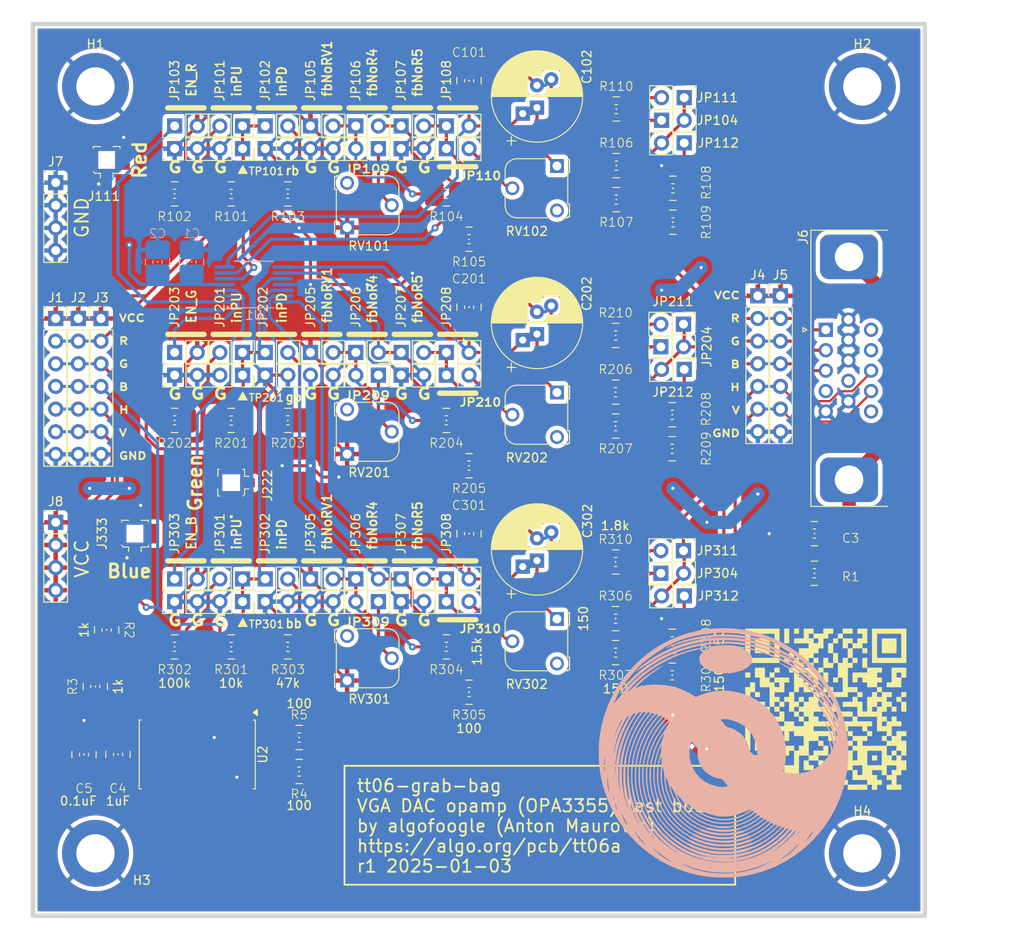
<source format=kicad_pcb>
(kicad_pcb (version 20240108) (generator "pcbnew") (generator_version "8.0")
  (layers (0 "F.Cu" signal) (31 "B.Cu" signal) (34 "B.Paste" user) (35 "F.Paste" user) (36 "B.SilkS" user "B.Silkscreen") (37 "F.SilkS" user "F.Silkscreen") (38 "B.Mask" user) (39 "F.Mask" user) (44 "Edge.Cuts" user))
  (net 0 "")
  (net 1 "VCC")
  (net 2 "GND")
  (net 3 "Net-(C3-Pad1)")
  (net 4 "Net-(JP108-B)")
  (net 5 "Net-(JP104-A)")
  (net 6 "Net-(JP208-B)")
  (net 7 "Net-(JP204-A)")
  (net 8 "Net-(JP304-A)")
  (net 9 "Net-(JP308-B)")
  (net 10 "green_in")
  (net 11 "vsync_in")
  (net 12 "red_in")
  (net 13 "blue_in")
  (net 14 "hsync_in")
  (net 15 "red_out")
  (net 16 "hsync_out")
  (net 17 "green_out")
  (net 18 "blue_out")
  (net 19 "vsync_out")
  (net 25 "Net-(JP101-B)")
  (net 26 "red_biased")
  (net 27 "Net-(JP102-B)")
  (net 28 "Net-(JP103-A)")
  (net 29 "Net-(JP105-B)")
  (net 30 "Net-(JP106-B)")
  (net 31 "Net-(JP107-B)")
  (net 32 "Net-(JP109-A)")
  (net 33 "Net-(JP110-B)")
  (net 34 "Net-(JP111-B)")
  (net 35 "Net-(JP112-A)")
  (net 36 "green_biased")
  (net 37 "Net-(JP201-B)")
  (net 38 "Net-(JP202-B)")
  (net 39 "Net-(JP203-A)")
  (net 40 "Net-(JP205-B)")
  (net 41 "Net-(JP206-B)")
  (net 42 "Net-(JP207-B)")
  (net 43 "Net-(JP209-A)")
  (net 44 "Net-(JP210-B)")
  (net 45 "Net-(JP211-B)")
  (net 46 "Net-(JP212-A)")
  (net 47 "blue_biased")
  (net 48 "Net-(JP301-B)")
  (net 49 "Net-(JP302-B)")
  (net 50 "Net-(JP303-A)")
  (net 51 "Net-(JP305-B)")
  (net 52 "Net-(JP306-B)")
  (net 53 "Net-(JP307-B)")
  (net 54 "Net-(JP309-A)")
  (net 55 "Net-(JP310-B)")
  (net 56 "Net-(JP311-B)")
  (net 57 "Net-(JP312-A)")
  (net 58 "Net-(U2-A0)")
  (net 59 "Net-(U2-A1)")
  (net 60 "Net-(U2-B0)")
  (net 61 "Net-(U2-B1)")
  (footprint "Anton Kicad Footprints Lib:SMD_Passive_HandSolder_0603_to_1210" (layer "F.Cu") (at 102.235 121.92 180)
    (property "Reference" "R303")
    (property "Value" "47k")
  )
  (footprint "Connector_PinHeader_2.54mm:PinHeader_1x04_P2.54mm_Vertical" (layer "F.Cu") (at 99.695 91.44 90)
    (property "Reference" "J202" (hide yes))
    (property "Value" "Conn_01x04_Pin")
  )
  (footprint "Connector_PinHeader_2.54mm:PinHeader_1x02_P2.54mm_Vertical" (layer "F.Cu") (at 114.935 114.3 90)
    (property "Reference" "JP307")
    (property "Value" "Jumper_2_Open")
  )
  (footprint "Anton Kicad Footprints Lib:SMD_Passive_HandSolder_0603_to_1210" (layer "F.Cu") (at 138.99 97.155)
    (property "Reference" "R207")
    (property "Value" "150")
  )
  (footprint "Anton Kicad Footprints Lib:DSUB-15-HD_F_Horz_P2.29x2.54mm_EPO3.03mm_MO4.94mm_STRONG" (layer "F.Cu") (at 162.56 86.36 90)
    (property "Reference" "J6")
    (property "Value" "DE15_Receptacle_HighDensity_MountingHoles")
  )
  (footprint "Anton Kicad Footprints Lib:SMD_Passive_HandSolder_0603_to_1210" (layer "F.Cu") (at 103.505 135.89)
    (property "Reference" "R5")
    (property "Value" "100")
  )
  (footprint "Anton Kicad Footprints Lib:SMD_Passive_HandSolder_0603_to_1210" (layer "F.Cu") (at 138.99 118.745)
    (property "Reference" "R306")
    (property "Value" "150")
  )
  (footprint "Connector_PinHeader_2.54mm:PinHeader_1x02_P2.54mm_Vertical" (layer "F.Cu") (at 120.015 114.3 90)
    (property "Reference" "JP308")
    (property "Value" "Jumper_2_Bridged")
  )
  (footprint "Connector_PinHeader_2.54mm:PinHeader_1x07_P2.54mm_Vertical" (layer "F.Cu") (at 157.48 82.55)
    (property "Reference" "J5")
    (property "Value" "Conn_01x07_Pin")
  )
  (footprint "Connector_PinHeader_2.54mm:PinHeader_1x02_P2.54mm_Vertical" (layer "F.Cu") (at 146.685 90.805 -90)
    (property "Reference" "JP212")
    (property "Value" "Jumper_2_Bridged")
  )
  (footprint "Anton Kicad Footprints Lib:SMD_Passive_HandSolder_0603_to_1210" (layer "F.Cu") (at 120.015 71.12 180)
    (property "Reference" "R104")
    (property "Value" "1.5k")
  )
  (footprint "Connector_PinHeader_2.54mm:PinHeader_1x02_P2.54mm_Vertical" (layer "F.Cu") (at 89.535 114.3 90)
    (property "Reference" "JP303")
    (property "Value" "Jumper_2_Bridged")
  )
  (footprint "Anton Kicad Footprints Lib:SMD_Passive_HandSolder_0603_to_1210" (layer "F.Cu") (at 145.34 125.095)
    (property "Reference" "R309")
    (property "Value" "150")
  )
  (footprint "Anton Kicad Footprints Lib:LINX_CONMHF1-SMD-G-T_U.FL_HandSolder" (layer "F.Cu") (at 85.09 109.22 180)
    (property "Reference" "J333")
    (property "Value" "Blue")
  )
  (footprint "Anton Kicad Footprints Lib:SMD_Passive_HandSolder_0603_to_1210" (layer "F.Cu") (at 139.07 61.595)
    (property "Reference" "R110")
    (property "Value" "1.8k")
  )
  (footprint "Connector_PinHeader_2.54mm:PinHeader_1x02_P2.54mm_Vertical" (layer "F.Cu") (at 114.935 63.5 90)
    (property "Reference" "JP107")
    (property "Value" "Jumper_2_Open")
  )
  (footprint "Anton Kicad Footprints Lib:SMD_Passive_HandSolder_0603_to_1210" (layer "F.Cu") (at 122.555 127 180)
    (property "Reference" "R305")
    (property "Value" "100")
  )
  (footprint "Connector_PinHeader_2.54mm:PinHeader_1x02_P2.54mm_Vertical" (layer "F.Cu") (at 89.535 63.5 90)
    (property "Reference" "JP103")
    (property "Value" "Jumper_2_Bridged")
  )
  (footprint "Anton Kicad Footprints Lib:SMD_Passive_HandSolder_0603_to_1210" (layer "F.Cu") (at 122.555 101.6 180)
    (property "Reference" "R205")
    (property "Value" "100")
  )
  (footprint "Connector_PinHeader_2.54mm:PinHeader_1x07_P2.54mm_Vertical" (layer "F.Cu") (at 76.2 85.09)
    (property "Reference" "J1")
    (property "Value" "Conn_01x07_Pin")
  )
  (footprint "Anton Kicad Footprints Lib:SMD_Passive_HandSolder_0603_to_1210" (layer "F.Cu") (at 95.885 96.52)
    (property "Reference" "R201")
    (property "Value" "10k")
  )
  (footprint "Connector_PinHeader_2.54mm:PinHeader_1x04_P2.54mm_Vertical" (layer "F.Cu") (at 76.2 107.95)
    (property "Reference" "J8")
    (property "Value" "Conn_01x04_Pin")
  )
  (footprint "Anton Kicad Footprints Lib:SMD_Passive_HandSolder_0603_to_1210" (layer "F.Cu") (at 95.885 121.92)
    (property "Reference" "R301")
    (property "Value" "10k")
  )
  (footprint "Anton Kicad Footprints Lib:SMD_Passive_HandSolder_0603_to_1210" (layer "F.Cu") (at 122.555 76.2 180)
    (property "Reference" "R105")
    (property "Value" "100")
  )
  (footprint "Anton Kicad Footprints Lib:LINX_CONMHF1-SMD-G-T_U.FL_HandSolder" (layer "F.Cu") (at 95.885 103.505 -90)
    (property "Reference" "J222")
    (property "Value" "Green")
  )
  (footprint "Anton Kicad Footprints Lib:SMD_Passive_HandSolder_0603_to_1210" (layer "F.Cu") (at 145.42 74.295)
    (property "Reference" "R109")
    (property "Value" "150")
  )
  (footprint "Connector_PinHeader_2.54mm:PinHeader_1x02_P2.54mm_Vertical" (layer "F.Cu") (at 97.155 114.3 -90)
    (property "Reference" "JP301")
    (property "Value" "Jumper_2_Bridged")
  )
  (footprint "Connector_PinHeader_2.54mm:PinHeader_1x01_P2.54mm_Vertical" (layer "F.Cu") (at 97.155 116.84 180)
    (property "Reference" "TP301")
    (property "Value" "blue_biased")
  )
  (footprint "Connector_PinHeader_2.54mm:PinHeader_1x01_P2.54mm_Vertical" (layer "F.Cu") (at 97.155 66.04 180)
    (property "Reference" "TP101")
    (property "Value" "red_biased")
  )
  (footprint "Connector_PinHeader_2.54mm:PinHeader_1x02_P2.54mm_Vertical" (layer "F.Cu") (at 99.695 114.3 90)
    (property "Reference" "JP302")
    (property "Value" "Jumper_2_Bridged")
  )
  (footprint "Anton Kicad Footprints Lib:SMD_Passive_HandSolder_0603_to_1210" (layer "F.Cu") (at 102.235 71.12 180)
    (property "Reference" "R103")
    (property "Value" "47k")
  )
  (footprint "Connector_PinHeader_2.54mm:PinHeader_1x02_P2.54mm_Vertical" (layer "F.Cu") (at 144.145 62.865 90)
    (property "Reference" "JP104")
    (property "Value" "Jumper_2_Open")
  )
  (footprint "Connector_PinHeader_2.54mm:PinHeader_1x04_P2.54mm_Vertical" (layer "F.Cu") (at 99.695 116.84 90)
    (property "Reference" "J302" (hide yes))
    (property "Value" "Conn_01x04_Pin")
  )
  (footprint "Anton Kicad Footprints Lib:SMD_Passive_HandSolder_0603_to_1210" (layer "F.Cu") (at 139.07 71.755)
    (property "Reference" "R107")
    (property "Value" "150")
  )
  (footprint "Anton Kicad Footprints Lib:SMD_Passive_HandSolder_0603_to_1210" (layer "F.Cu") (at 145.34 95.885)
    (property "Reference" "R208")
    (property "Value" "150")
  )
  (footprint "Connector_PinHeader_2.54mm:PinHeader_1x02_P2.54mm_Vertical" (layer "F.Cu") (at 120.015 116.84 90)
    (property "Reference" "JP310")
    (property "Value" "Jumper_2_Open")
  )
  (footprint "Connector_PinHeader_2.54mm:PinHeader_1x03_P2.54mm_Vertical" (layer "F.Cu") (at 89.535 91.44 90)
    (property "Reference" "J201" (hide yes))
    (property "Value" "Conn_01x03_Pin")
  )
  (footprint "Anton Kicad Footprints Lib:LINX_CONMHF1-SMD-G-T_U.FL_HandSolder" (layer "F.Cu") (at 81.915 67.31 180)
    (property "Reference" "J111")
    (property "Value" "Red")
  )
  (footprint "Connector_PinHeader_2.54mm:PinHeader_1x04_P2.54mm_Vertical" (layer "F.Cu") (at 99.695 66.04 90)
    (property "Reference" "J102" (hide yes))
    (property "Value" "Conn_01x04_Pin")
  )
  (footprint "Connector_PinHeader_2.54mm:PinHeader_1x02_P2.54mm_Vertical" (layer "F.Cu") (at 120.015 91.44 90)
    (property "Reference" "JP210")
    (property "Value" "Jumper_2_Open")
  )
  (footprint "Anton Kicad Footprints Lib:SMD_Passive_HandSolder_0603_to_1210" (layer "F.Cu") (at 120.015 121.92 180)
    (property "Reference" "R304")
    (property "Value" "1.5k")
  )
  (footprint "Connector_PinHeader_2.54mm:PinHeader_1x07_P2.54mm_Vertical" (layer "F.Cu") (at 78.74 85.09)
    (property "Reference" "J2")
    (property "Value" "Conn_01x07_Pin")
  )
  (footprint "Potentiometer_THT:Potentiometer_Runtron_RM-065_Vertical" (layer "F.Cu") (at 132.415 93.385 -90)
    (property "Reference" "RV202")
    (property "Value" "1k")
  )
  (footprint "Anton Kicad Footprints Lib:SMD_Passive_HandSolder_0603_to_1210" (layer "F.Cu") (at 79.375 133.985 90)
    (property "Reference" "C5")
    (property "Value" "0.1uF")
  )
  (footprint "Anton Kicad Footprints Lib:SMD_Passive_HandSolder_0603_to_1210" (layer "F.Cu") (at 139.07 67.945)
    (property "Reference" "R106")
    (property "Value" "150")
  )
  (footprint "Anton Kicad Footprints Lib:SMD_Passive_HandSolder_0603_to_1210" (layer "F.Cu") (at 161.29 109.22 180)
    (property "Reference" "C3")
    (property "Value" "1nF/250V")
  )
  (footprint "Potentiometer_THT:Potentiometer_Runtron_RM-065_Vertical" (layer "F.Cu") (at 132.415 118.785 -90)
    (property "Reference" "RV302")
    (property "Value" "1k")
  )
  (footprint "Anton Kicad Footprints Lib:SMD_Passive_HandSolder_0603_to_1210" (layer "F.Cu") (at 138.99 122.555)
    (property "Reference" "R307")
    (property "Value" "150")
  )
  (footprint "Connector_PinHeader_2.54mm:PinHeader_1x02_P2.54mm_Vertical" (layer "F.Cu") (at 144.07 113.665 90)
    (property "Reference" "JP304")
    (property "Value" "Jumper_2_Open")
  )
  (footprint "Anton Kicad Footprints Lib:SMD_Passive_HandSolder_0603_to_1210" (layer "F.Cu") (at 83.185 133.985 90)
    (property "Reference" "C4")
    (property "Value" "1uF")
  )
  (footprint "Connector_PinHeader_2.54mm:PinHeader_1x01_P2.54mm_Vertical" (layer "F.Cu") (at 97.155 91.44 180)
    (property "Reference" "TP201")
    (property "Value" "green_biased")
  )
  (footprint "Connector_PinHeader_2.54mm:PinHeader_1x04_P2.54mm_Vertical" (layer "F.Cu") (at 76.2 69.85)
    (property "Reference" "J7")
    (property "Value" "Conn_01x04_Pin")
  )
  (footprint "Anton Kicad Footprints Lib:SMD_Passive_HandSolder_0603_to_1210" (layer "F.Cu") (at 89.535 71.12 180)
    (property "Reference" "R102")
    (property "Value" "100k")
  )
  (footprint "Connector_PinHeader_2.54mm:PinHeader_1x02_P2.54mm_Vertical" (layer "F.Cu") (at 146.69 116.205 -90)
    (property "Reference" "JP312")
    (property "Value" "Jumper_2_Bridged")
  )
  (footprint "Anton Kicad Footprints Lib:SMD_Passive_HandSolder_0603_to_1210" (layer "F.Cu") (at 145.34 99.695)
    (property "Reference" "R209")
    (property "Value" "150")
  )
  (footprint "Anton Kicad Footprints Lib:SMD_Passive_HandSolder_0603_to_1210" (layer "F.Cu") (at 138.99 93.345)
    (property "Reference" "R206")
    (property "Value" "150")
  )
  (footprint "Connector_PinHeader_2.54mm:PinHeader_1x02_P2.54mm_Vertical" (layer "F.Cu") (at 89.535 88.9 90)
    (property "Reference" "JP203")
    (property "Value" "Jumper_2_Bridged")
  )
  (footprint "Anton Kicad Footprints Lib:SMD_Passive_HandSolder_0603_to_1210" (layer "F.Cu") (at 145.34 121.285)
    (property "Reference" "R308")
    (property "Value" "150")
  )
  (footprint "Anton Kicad Footprints Lib:SMD_Passive_HandSolder_0603_to_1210" (layer "F.Cu") (at 138.99 86.995)
    (property "Reference" "R210")
    (property "Value" "1.8k")
  )
  (footprint "Package_SO:SOIC-20W_7.5x12.8mm_P1.27mm" (layer "F.Cu") (at 92.075 133.985 -90)
    (property "Reference" "U2")
    (property "Value" "SN74ALVC245DWR")
  )
  (footprint "Connector_PinHeader_2.54mm:PinHeader_1x02_P2.54mm_Vertical" (layer "F.Cu") (at 112.395 66.04 -90)
    (property "Reference" "JP109")
    (property "Value" "Jumper_2_Open")
  )
  (footprint "MountingHole:MountingHole_4.3mm_M4_DIN965_Pad" (layer "F.Cu") (at 80.66 59.07)
    (property "Reference" "H1")
    (property "Value" "MountingHole")
  )
  (footprint "Connector_PinHeader_2.54mm:PinHeader_1x02_P2.54mm_Vertical" (layer "F.Cu") (at 109.855 114.3 90)
    (property "Reference" "JP306")
    (property "Value" "Jumper_2_Open")
  )
  (footprint "Capacitor_THT:CP_Radial_D10.0mm_P2.50mm_P5.00mm" (layer "F.Cu") (at 130.175 112.242677 90)
    (property "Reference" "C302")
    (property "Value" "220u")
  )
  (footprint "Anton Kicad Footprints Lib:SMD_Passive_HandSolder_0603_to_1210" (layer "F.Cu") (at 138.99 112.395)
    (property "Reference" "R310")
    (property "Value" "1.8k")
  )
  (footprint "Anton Kicad Footprints Lib:SMD_Passive_HandSolder_0603_to_1210" (layer "F.Cu") (at 89.535 96.52 180)
    (property "Reference" "R202")
    (property "Value" "100k")
  )
  (footprint "Potentiometer_THT:Potentiometer_Runtron_RM-065_Vertical" (layer "F.Cu") (at 108.885 100.29 90)
    (property "Reference" "RV201")
    (property "Value" "1k")
  )
  (footprint "Connector_PinHeader_2.54mm:PinHeader_1x02_P2.54mm_Vertical" (layer "F.Cu") (at 120.015 63.5 90)
    (property "Reference" "JP108")
    (property "Value" "Jumper_2_Bridged")
  )
  (footprint "Anton Kicad Footprints Lib:SMD_Passive_HandSolder_0603_to_1210" (layer "F.Cu") (at 122.555 83.82 90)
    (property "Reference" "C201")
    (property "Value" "220u")
  )
  (footprint "Connector_PinHeader_2.54mm:PinHeader_1x02_P2.54mm_Vertical" (layer "F.Cu") (at 104.775 88.9 90)
    (property "Reference" "JP205")
    (property "Value" "Jumper_2_Bridged")
  )
  (footprint "Connector_PinHeader_2.54mm:PinHeader_1x02_P2.54mm_Vertical" (layer "F.Cu") (at 99.695 63.5 90)
    (property "Reference" "JP102")
    (property "Value" "Jumper_2_Bridged")
  )
  (footprint "Anton Kicad Footprints Lib:SMD_Passive_HandSolder_0603_to_1210" (layer "F.Cu") (at 122.555 58.42 90)
    (property "Reference" "C101")
    (property "Value" "220u")
  )
  (footprint "Connector_PinHeader_2.54mm:PinHeader_1x02_P2.54mm_Vertical" (layer "F.Cu") (at 114.935 116.84 90)
    (property "Reference" "J303" (hide yes))
    (property "Value" "Conn_01x02_Pin")
  )
  (footprint "Anton Kicad Footprints Lib:SMD_Passive_HandSolder_0603_to_1210" (layer "F.Cu") (at 103.505 132.08)
    (property "Reference" "R4")
    (property "Value" "100")
  )
  (footprint "Capacitor_THT:CP_Radial_D10.0mm_P2.50mm_P5.00mm" (layer "F.Cu") (at 130.175 61.442677 90)
    (property "Reference" "C102")
    (property "Value" "220u")
  )
  (footprint "Potentiometer_THT:Potentiometer_Runtron_RM-065_Vertical" (layer "F.Cu") (at 132.415 67.985 -90)
    (property "Reference" "RV102")
    (property "Value" "1k")
  )
  (footprint "Connector_PinHeader_2.54mm:PinHeader_1x02_P2.54mm_Vertical" (layer "F.Cu") (at 146.605 85.725 -90)
    (property "Reference" "JP211")
    (property "Value" "Jumper_2_Bridged")
  )
  (footprint "MountingHole:MountingHole_4.3mm_M4_DIN965_Pad" (layer "F.Cu") (at 166.66 59.07)
    (property "Reference" "H2")
    (property "Value" "MountingHole")
  )
  (footprint "Connector_PinHeader_2.54mm:PinHeader_1x02_P2.54mm_Vertical" (layer "F.Cu") (at 104.775 63.5 90)
    (property "Reference" "JP105")
    (property "Value" "Jumper_2_Bridged")
  )
  (footprint "Connector_PinHeader_2.54mm:PinHeader_1x02_P2.54mm_Vertical" (layer "F.Cu") (at 120.015 66.04 90)
    (property "Reference" "JP110")
    (property "Value" "Jumper_2_Open")
  )
  (footprint "Anton Kicad Footprints Lib:SMD_Passive_HandSolder_0603_to_1210" (layer "F.Cu") (at 81.915 120.015 -90)
    (property "Reference" "R2")
    (property "Value" "1k")
  )
  (footprint "Connector_PinHeader_2.54mm:PinHeader_1x02_P2.54mm_Vertical" (layer "F.Cu") (at 97.155 63.5 -90)
    (property "Reference" "JP101")
    (property "Value" "Jumper_2_Bridged")
  )
  (footprint "Connector_PinHeader_2.54mm:PinHeader_1x02_P2.54mm_Vertical" (layer "F.Cu") (at 120.015 88.9 90)
    (property "Reference" "JP208")
    (property "Value" "Jumper_2_Bridged")
  )
  (footprint "Connector_PinHeader_2.54mm:PinHeader_1x02_P2.54mm_Vertical" (layer "F.Cu") (at 146.605 111.125 -90)
    (property "Reference" "JP311")
    (property "Value" "Jumper_2_Bridged")
  )
  (footprint "Connector_PinHeader_2.54mm:PinHeader_1x02_P2.54mm_Vertical" (layer "F.Cu") (at 146.685 60.325 -90)
    (property "Reference" "JP111")
    (property "Value" "Jumper_2_Bridged")
  )
  (footprint "Connector_PinHeader_2.54mm:PinHeader_1x02_P2.54mm_Vertical" (layer "F.Cu") (at 146.685 65.405 -90)
    (property "Reference" "JP112")
    (property "Value" "Jumper_2_Bridged")
  )
  (footprint "Connector_PinHeader_2.54mm:PinHeader_1x02_P2.54mm_Vertical" (layer "F.Cu") (at 99.695 88.9 90)
    (property "Reference" "JP202")
    (property "Value" "Jumper_2_Bridged")
  )
  (footprint "Anton Kicad Footprints Lib:SMD_Passive_HandSolder_0603_to_1210" (layer "F.Cu") (at 122.555 109.22 90)
    (property "Reference" "C301")
    (property "Value" "220u")
  )
  (footprint "Anton Kicad Footprints Lib:SMD_Passive_HandSolder_0603_to_1210" (layer "F.Cu") (at 102.235 96.52 180)
    (property "Reference" "R203")
    (property "Value" "47k")
  )
  (footprint "Anton Kicad Footprints Lib:SMD_Passive_HandSolder_0603_to_1210" (layer "F.Cu") (at 120.015 96.52 180)
    (property "Reference" "R204")
    (property "Value" "1.5k")
  )
  (footprint "Potentiometer_THT:Potentiometer_Runtron_RM-065_Vertical" (layer "F.Cu") (at 108.885 74.89 90)
    (property "Reference" "RV101")
    (property "Value" "1k")
  )
  (footprint "Connector_PinHeader_2.54mm:PinHeader_1x02_P2.54mm_Vertical" (layer "F.Cu") (at 144.07 88.265 90)
    (property "Reference" "JP204")
    (property "Value" "Jumper_2_Open")
  )
  (footprint "Connector_PinHeader_2.54mm:PinHeader_1x02_P2.54mm_Vertical" (layer "F.Cu") (at 112.395 116.84 -90)
    (property "Reference" "JP309")
    (property "Value" "Jumper_2_Open")
  )
  (footprint "Connector_PinHeader_2.54mm:PinHeader_1x02_P2.54mm_Vertical" (layer "F.Cu") (at 114.935 88.9 90)
    (property "Reference" "JP207")
    (property "Value" "Jumper_2_Open")
  )
  (footprint "Connector_PinHeader_2.54mm:PinHeader_1x07_P2.54mm_Vertical" (layer "F.Cu") (at 154.94 82.55)
    (property "Reference" "J4")
    (property "Value" "Conn_01x07_Pin")
  )
  (footprint "Connector_PinHeader_2.54mm:PinHeader_1x02_P2.54mm_Vertical" (layer "F.Cu") (at 104.775 114.3 90)
    (property "Reference" "JP305")
    (property "Value" "Jumper_2_Bridged")
  )
  (footprint "MountingHole:MountingHole_4.3mm_M4_DIN965_Pad" (layer "F.Cu") (at 80.66 145.07)
    (property "Reference" "H3")
    (property "Value" "MountingHole")
  )
  (footprint "MountingHole:MountingHole_4.3mm_M4_DIN965_Pad" (layer "F.Cu") (at 166.66 145.07)
    (property "Reference" "H4")
    (property "Value" "MountingHole")
  )
  (footprint "Connector_PinHeader_2.54mm:PinHeader_1x02_P2.54mm_Vertical" (layer "F.Cu") (at 109.855 88.9 90)
    (property "Reference" "JP206")
    (property "Value" "Jumper_2_Open")
  )
  (footprint "Anton Kicad Footprints Lib:SMD_Passive_HandSolder_0603_to_1210" (layer "F.Cu") (at 95.885 71.12)
    (property "Reference" "R101")
    (property "Value" "10k")
  )
  (footprint "Anton Kicad Footprints Lib:SMD_Passive_HandSolder_0603_to_1210" (layer "F.Cu") (at 89.535 121.92 180)
    (property "Reference" "R302")
    (property "Value" "100k")
  )
  (footprint "Capacitor_THT:CP_Radial_D10.0mm_P2.50mm_P5.00mm" (layer "F.Cu") (at 130.175 86.842677 90)
    (property "Reference" "C202")
    (property "Value" "220u")
  )
  (footprint "Anton Kicad Footprints Lib:QRCode-tt06a-neg" (layer "F.Cu") (at 162.56 128.905)
    (property "Reference" "G***" (hide yes))
    (property "Value" "LOGO" (hide yes))
  )
  (footprint "Connector_PinHeader_2.54mm:PinHeader_1x02_P2.54mm_Vertical" (layer "F.Cu") (at 97.155 88.9 -90)
    (property "Reference" "JP201")
    (property "Value" "Jumper_2_Bridged")
  )
  (footprint "Connector_PinHeader_2.54mm:PinHeader_1x02_P2.54mm_Vertical" (layer "F.Cu") (at 109.855 63.5 90)
    (property "Reference" "JP106")
    (property "Value" "Jumper_2_Open")
  )
  (footprint "Connector_PinHeader_2.54mm:PinHeader_1x02_P2.54mm_Vertical" (layer "F.Cu") (at 114.935 66.04 90)
    (property "Reference" "J103" (hide yes))
    (property "Value" "Conn_01x02_Pin")
  )
  (footprint "Connector_PinHeader_2.54mm:PinHeader_1x02_P2.54mm_Vertical" (layer "F.Cu") (at 114.935 91.44 90)
    (property "Reference" "J203" (hide yes))
    (property "Value" "Conn_01x02_Pin")
  )
  (footprint "Connector_PinHeader_2.54mm:PinHeader_1x03_P2.54mm_Vertical" (layer "F.Cu") (at 89.535 116.84 90)
    (property "Reference" "J301" (hide yes))
    (property "Value" "Conn_01x03_Pin")
  )
  (footprint "Anton Kicad Footprints Lib:SMD_Passive_HandSolder_0603_to_1210" (layer "F.Cu") (at 161.29 113.665 180)
    (property "Reference" "R1")
    (property "Value" "1M")
  )
  (footprint "Potentiometer_THT:Potentiometer_Runtron_RM-065_Vertical" (layer "F.Cu") (at 108.885 125.69 90)
    (property "Reference" "RV301")
    (property "Value" "1k")
  )
  (footprint "Connector_PinHeader_2.54mm:PinHeader_1x07_P2.54mm_Vertical" (layer "F.Cu") (at 81.28 85.09)
    (property "Reference" "J3")
    (property "Value" "Conn_01x07_Pin")
  )
  (footprint "Anton Kicad Footprints Lib:SMD_Passive_HandSolder_0603_to_1210" (layer "F.Cu") (at 145.42 70.485)
    (property "Reference" "R108")
    (property "Value" "150")
  )
  (footprint "Connector_PinHeader_2.54mm:PinHeader_1x02_P2.54mm_Vertical" (layer "F.Cu") (at 112.395 91.44 -90)
    (property "Reference" "JP209")
    (property "Value" "Jumper_2_Open")
  )
  (footprint "Connector_PinHeader_2.54mm:PinHeader_1x03_P2.54mm_Vertical" (layer "F.Cu") (at 89.535 66.04 90)
    (property "Reference" "J101" (hide yes))
    (property "Value" "Conn_01x03_Pin")
  )
  (footprint "Anton Kicad Footprints Lib:SMD_Passive_HandSolder_0603_to_1210" (layer "F.Cu") (at 80.645 126.365 -90)
    (property "Reference" "R3")
    (property "Value" "1k")
  )
  (footprint "Anton Kicad Footprints Lib:SMD_Passive_HandSolder_0603_to_1210" (layer "B.Cu") (at 91.44 78.74 90)
    (property "Reference" "C1")
    (property "Value" "1u")
  )
  (footprint "Anton Kicad Footprints Lib:FoogleShadedLogo-30mm" (layer "B.Cu") (at 151.13 133.985 180)
    (property "Reference" "G***")
    (property "Value" "LOGO" (hide yes))
  )
  (footprint "Anton Kicad Footprints Lib:SMD_Passive_HandSolder_0603_to_1210" (layer "B.Cu") (at 87.63 78.74 90)
    (property "Reference" "C2")
    (property "Value" "10n")
  )
  (footprint "Anton Kicad Footprints Lib:TSSOP-14_4.4x5mm_P0.65mm_HandSolder" (layer "B.Cu") (at 98.425 81.28)
    (property "Reference" "U1")
    (property "Value" "OPA3355EA")
  )
  (gr_line (start 104.013 112.268) (end 108.077 112.268) (stroke (width 0.6)) (layer "F.SilkS"))
  (gr_line (start 114.173 61.468) (end 118.237 61.468) (stroke (width 0.6)) (layer "F.SilkS"))
  (gr_line (start 119.253 86.868) (end 123.317 86.868) (stroke (width 0.6)) (layer "F.SilkS"))
  (gr_poly (pts (xy 96.6724 94.234) (xy 97.1804 93.335974) (xy 97.6884 94.234)) (stroke (width 0.1)) (fill solid) (layer "F.SilkS"))
  (gr_line (start 98.933 61.468) (end 102.997 61.468) (stroke (width 0.6)) (layer "F.SilkS"))
  (gr_line (start 109.093 112.268) (end 113.157 112.268) (stroke (width 0.6)) (layer "F.SilkS"))
  (gr_line (start 119.253 112.268) (end 123.317 112.268) (stroke (width 0.6)) (layer "F.SilkS"))
  (gr_line (start 93.853 86.868) (end 97.917 86.868) (stroke (width 0.6)) (layer "F.SilkS"))
  (gr_line (start 109.093 61.468) (end 113.157 61.468) (stroke (width 0.6)) (layer "F.SilkS"))
  (gr_line (start 114.173 112.268) (end 118.237 112.268) (stroke (width 0.6)) (layer "F.SilkS"))
  (gr_line (start 119.253 61.468) (end 123.317 61.468) (stroke (width 0.6)) (layer "F.SilkS"))
  (gr_line (start 88.773 112.268) (end 92.837 112.268) (stroke (width 0.6)) (layer "F.SilkS"))
  (gr_line (start 98.933 86.868) (end 102.997 86.868) (stroke (width 0.6)) (layer "F.SilkS"))
  (gr_line (start 88.773 86.868) (end 92.837 86.868) (stroke (width 0.6)) (layer "F.SilkS"))
  (gr_line (start 98.933 112.268) (end 102.997 112.268) (stroke (width 0.6)) (layer "F.SilkS"))
  (gr_poly (pts (xy 96.6724 68.834) (xy 97.1804 67.935974) (xy 97.6884 68.834)) (stroke (width 0.1)) (fill solid) (layer "F.SilkS"))
  (gr_line (start 119.253 118.872) (end 123.317 118.872) (stroke (width 0.6)) (layer "F.SilkS"))
  (gr_rect (start 108.585 135.255) (end 152.4 148.59) (stroke (width 0.2)) (fill none) (layer "F.SilkS"))
  (gr_line (start 109.093 86.868) (end 113.157 86.868) (stroke (width 0.6)) (layer "F.SilkS"))
  (gr_line (start 93.853 112.268) (end 97.917 112.268) (stroke (width 0.6)) (layer "F.SilkS"))
  (gr_line (start 104.013 86.868) (end 108.077 86.868) (stroke (width 0.6)) (layer "F.SilkS"))
  (gr_line (start 88.773 61.468) (end 92.837 61.468) (stroke (width 0.6)) (layer "F.SilkS"))
  (gr_line (start 114.173 86.868) (end 118.237 86.868) (stroke (width 0.6)) (layer "F.SilkS"))
  (gr_line (start 119.253 68.072) (end 123.317 68.072) (stroke (width 0.6)) (layer "F.SilkS"))
  (gr_line (start 104.013 61.468) (end 108.077 61.468) (stroke (width 0.6)) (layer "F.SilkS"))
  (gr_poly (pts (xy 96.6724 119.634) (xy 97.1804 118.735974) (xy 97.6884 119.634)) (stroke (width 0.1)) (fill solid) (layer "F.SilkS"))
  (gr_line (start 93.853 61.468) (end 97.917 61.468) (stroke (width 0.6)) (layer "F.SilkS"))
  (gr_line (start 119.253 93.472) (end 123.317 93.472) (stroke (width 0.6)) (layer "F.SilkS"))
  (gr_rect (start 73.66 52.07) (end 173.66 152.07) (stroke (width 0.5)) (fill none) (layer "Edge.Cuts"))
  (gr_text "tt06-grab-bag\nVGA DAC opamp (OPA3355) test board\nby algofoogle (Anton Maurovic)\nhttps://algo.org/pcb/tt06a\nr1 2025-01-03" (at 109.855 147.32 0) (layer "F.SilkS") (effects (font (size 1.4 1.4) (thickness 0.2) (bold yes)) (justify left bottom)))
  (gr_text "GND" (at 80.01 76.2 90) (layer "F.SilkS") (effects (font (size 1.5 1.5) (thickness 0.2) (bold yes)) (justify left bottom)))
  (gr_text "rb" (at 101.854 69.088 0) (layer "F.SilkS") (effects (font (size 1 1) (thickness 0.2) (bold yes)) (justify left bottom)))
  (gr_text "G G" (at 114.046 68.834 0) (layer "F.SilkS") (effects (font (size 1.2 1.45) (thickness 0.3) (bold yes)) (justify left bottom)))
  (gr_text "G G G" (at 88.646 68.834 0) (layer "F.SilkS") (effects (font (size 1.2 1.45) (thickness 0.3) (bold yes)) (justify left bottom)))
  (gr_text "VCC\n\nR\n\nG\n\nB\n\nH\n\nV\n\nGND" (at 153.035 98.425 0) (layer "F.SilkS") (effects (font (size 0.8 1) (thickness 0.2) (bold yes)) (justify right bottom)))
  (gr_text "bb" (at 101.854 119.888 0) (layer "F.SilkS") (effects (font (size 1 1) (thickness 0.2) (bold yes)) (justify left bottom)))
  (gr_text "Red" (at 86.487 67.31 90) (layer "F.SilkS") (effects (font (size 1.5 1.5) (thickness 0.3) (bold yes)) (justify bottom)))
  (gr_text "gb" (at 101.854 94.488 0) (layer "F.SilkS") (effects (font (size 1 1) (thickness 0.2) (bold yes)) (justify left bottom)))
  (gr_text "EN_R\n\n\ninPU\n\n\ninPD\n\n\nfbNoRV1\n\n\nfbNoR4\n\n\nfbNoR5" (at 90.805 60.325 90) (layer "F.SilkS") (effects (font (size 1.05 1) (thickness 0.2) (bold yes)) (justify left top)))
  (gr_text "EN_G\n\n\ninPU\n\n\ninPD\n\n\nfbNoRV1\n\n\nfbNoR4\n\n\nfbNoR5" (at 90.805 85.725 90) (layer "F.SilkS") (effects (font (size 1.05 1) (thickness 0.2) (bold yes)) (justify left top)))
  (gr_text "VCC\n\nR\n\nG\n\nB\n\nH\n\nV\n\nGND" (at 83.185 100.965 0) (layer "F.SilkS") (effects (font (size 0.8 1) (thickness 0.2) (bold yes)) (justify left bottom)))
  (gr_text "G G" (at 103.886 68.834 0) (layer "F.SilkS") (effects (font (size 1.2 1.45) (thickness 0.3) (bold yes)) (justify left bottom)))
  (gr_text "G G G" (at 88.646 94.234 0) (layer "F.SilkS") (effects (font (size 1.2 1.45) (thickness 0.3) (bold yes)) (justify left bottom)))
  (gr_text "G G" (at 103.886 119.634 0) (layer "F.SilkS") (effects (font (size 1.2 1.45) (thickness 0.3) (bold yes)) (justify left bottom)))
  (gr_text "EN_B\n\n\ninPU\n\n\ninPD\n\n\nfbNoRV1\n\n\nfbNoR4\n\n\nfbNoR5" (at 90.805 111.125 90) (layer "F.SilkS") (effects (font (size 1.05 1) (thickness 0.2) (bold yes)) (justify left top)))
  (gr_text "Green" (at 92.71 103.505 90) (layer "F.SilkS") (effects (font (size 1.5 1.5) (thickness 0.3) (bold yes)) (justify bottom)))
  (gr_text "Blue" (at 84.455 114.3 0) (layer "F.SilkS") (effects (font (size 1.5 1.5) (thickness 0.3) (bold yes)) (justify bottom)))
  (gr_text "G G" (at 103.886 94.234 0) (layer "F.SilkS") (effects (font (size 1.2 1.45) (thickness 0.3) (bold yes)) (justify left bottom)))
  (gr_text "G G G" (at 88.646 119.634 0) (layer "F.SilkS") (effects (font (size 1.2 1.45) (thickness 0.3) (bold yes)) (justify left bottom)))
  (gr_text "G G" (at 114.046 119.634 0) (layer "F.SilkS") (effects (font (size 1.2 1.45) (thickness 0.3) (bold yes)) (justify left bottom)))
  (gr_text "VCC" (at 80.01 114.3 90) (layer "F.SilkS") (effects (font (size 1.5 1.5) (thickness 0.2) (bold yes)) (justify left bottom)))
  (gr_text "G G" (at 114.046 94.234 0) (layer "F.SilkS") (effects (font (size 1.2 1.45) (thickness 0.3) (bold yes)) (justify left bottom)))
  (segment (start 90.76 67.99) (end 88.185 70.565) (width 0.35) (layer "F.Cu") (net 1))
  (segment (start 84.455 76.835) (end 84.455 72.39) (width 0.35) (layer "F.Cu") (net 1))
  (segment (start 92.075 63.5) (end 93.98 61.595) (width 0.35) (layer "F.Cu") (net 1))
  (segment (start 93.98 86.995) (end 102.87 86.995) (width 0.35) (layer "F.Cu") (net 1))
  (segment (start 93.98 61.595) (end 102.87 61.595) (width 0.35) (layer "F.Cu") (net 1))
  (segment (start 83.185 135.335) (end 97.235 135.335) (width 0.35) (layer "F.Cu") (net 1))
  (segment (start 90.76 64.815) (end 90.76 67.99) (width 0.35) (layer "F.Cu") (net 1))
  (segment (start 104.775 88.9) (end 106.09 90.215) (width 0.35) (layer "F.Cu") (net 1))
  (segment (start 92.075 114.3) (end 93.98 112.395) (width 0.35) (layer "F.Cu") (net 1))
  (segment (start 106.09 97.495) (end 108.885 100.29) (width 0.35) (layer "F.Cu") (net 1))
  (segment (start 106.09 90.215) (end 106.09 97.495) (width 0.35) (layer "F.Cu") (net 1))
  (segment (start 106.09 72.095) (end 108.885 74.89) (width 0.35) (layer "F.Cu") (net 1))
  (segment (start 88.185 121.365) (end 88.185 121.92) (width 0.35) (layer "F.Cu") (net 1))
  (segment (start 97.235 135.335) (end 97.79 135.89) (width 0.35) (layer "F.Cu") (net 1))
  (segment (start 104.775 63.5) (end 106.09 64.815) (width 0.35) (layer "F.Cu") (net 1))
  (segment (start 102.87 86.995) (end 104.775 88.9) (width 0.35) (layer "F.Cu") (net 1))
  (segment (start 102.87 61.595) (end 104.775 63.5) (width 0.35) (layer "F.Cu") (net 1))
  (segment (start 90.76 93.39) (end 88.185 95.965) (width 0.35) (layer "F.Cu") (net 1))
  (segment (start 104.775 114.3) (end 106.09 115.615) (width 0.35) (layer "F.Cu") (net 1))
  (segment (start 90.76 115.615) (end 90.76 118.79) (width 0.35) (layer "F.Cu") (net 1))
  (segment (start 88.185 95.965) (end 88.185 96.52) (width 0.35) (layer "F.Cu") (net 1))
  (segment (start 92.075 88.9) (end 93.98 86.995) (width 0.35) (layer "F.Cu") (net 1))
  (segment (start 106.09 115.615) (end 106.09 122.895) (width 0.35) (layer "F.Cu") (net 1))
  (segment (start 102.87 112.395) (end 104.775 114.3) (width 0.35) (layer "F.Cu") (net 1))
  (segment (start 79.375 135.335) (end 83.185 135.335) (width 0.35) (layer "F.Cu") (net 1))
  (segment (start 92.075 114.3) (end 90.76 115.615) (width 0.35) (layer "F.Cu") (net 1))
  (segment (start 90.76 118.79) (end 88.185 121.365) (width 0.35) (layer "F.Cu") (net 1))
  (segment (start 93.98 112.395) (end 102.87 112.395) (width 0.35) (layer "F.Cu") (net 1))
  (segment (start 84.455 72.39) (end 85.725 71.12) (width 0.35) (layer "F.Cu") (net 1))
  (segment (start 106.09 64.815) (end 106.09 72.095) (width 0.35) (layer "F.Cu") (net 1))
  (segment (start 88.185 70.565) (end 88.185 71.12) (width 0.35) (layer "F.Cu") (net 1))
  (segment (start 90.76 90.215) (end 90.76 93.39) (width 0.35) (layer "F.Cu") (net 1))
  (segment (start 92.075 88.9) (end 90.76 90.215) (width 0.35) (layer "F.Cu") (net 1))
  (segment (start 106.09 122.895) (end 108.885 125.69) (width 0.35) (layer "F.Cu") (net 1))
  (segment (start 92.075 63.5) (end 90.76 64.815) (width 0.35) (layer "F.Cu") (net 1))
  (segment (start 85.725 71.12) (end 88.185 71.12) (width 0.35) (layer "F.Cu") (net 1))
  (segment (start 97.79 135.89) (end 97.79 138.635) (width 0.35) (layer "F.Cu") (net 1))
  (via (at 148.59 79.375) (size 0.8) (drill 0.35) (layers "F.Cu" "B.Cu") (net 1))
  (via (at 154.94 104.775) (size 0.8) (drill 0.35) (layers "F.Cu" "B.Cu") (net 1))
  (via (at 84.455 104.14) (size 0.8) (drill 0.35) (layers "F.Cu" "B.Cu") (net 1))
  (via (at 84.455 76.835) (size 0.8) (drill 0.35) (layers "F.Cu" "B.Cu") (net 1))
  (via (at 145.415 129.54) (size 0.8) (drill 0.35) (layers "F.Cu" "B.Cu") (net 1))
  (via (at 80.01 104.14) (size 0.8) (drill 0.35) (layers "F.Cu" "B.Cu") (net 1))
  (via (at 144.145 81.915) (size 0.8) (drill 0.35) (layers "F.Cu" "B.Cu") (net 1))
  (via (at 145.415 104.14) (size 0.8) (drill 0.35) (layers "F.Cu" "B.Cu") (net 1))
  (via (at 149.225 107.95) (size 0.8) (drill 0.35) (layers "F.Cu" "B.Cu") (net 1))
  (via (at 149.225 133.35) (size 0.8) (drill 0.35) (layers "F.Cu" "B.Cu") (net 1))
  (segment (start 151.765 107.95) (end 154.94 104.775) (width 1.5) (layer "B.Cu") (net 1))
  (segment (start 145.415 104.14) (end 149.225 107.95) (width 1.5) (layer "B.Cu") (net 1))
  (segment (start 149.225 107.95) (end 151.765 107.95) (width 1.5) (layer "B.Cu") (net 1))
  (segment (start 88.82 81.28) (end 87.63 80.09) (width 0.35) (layer "B.Cu") (net 1))
  (segment (start 84.455 80.01) (end 85.725 81.28) (width 0.35) (layer "B.Cu") (net 1))
  (segment (start 80.01 104.14) (end 84.455 104.14) (width 1.5) (layer "B.Cu") (net 1))
  (segment (start 144.145 81.915) (end 146.05 81.915) (width 1.5) (layer "B.Cu") (net 1))
  (segment (start 95.5625 81.28) (end 88.82 81.28) (width 0.35) (layer "B.Cu") (net 1))
  (segment (start 85.725 81.28) (end 95.5625 81.28) (width 0.35) (layer "B.Cu") (net 1))
  (segment (start 95.5625 81.28) (end 92.63 81.28) (width 0.35) (layer "B.Cu") (net 1))
  (segment (start 145.415 129.54) (end 149.225 133.35) (width 1.5) (layer "B.Cu") (net 1))
  (segment (start 76.2 85.09) (end 81.28 85.09) (width 0.35) (layer "B.Cu") (net 1))
  (segment (start 146.05 81.915) (end 148.59 79.375) (width 1.5) (layer "B.Cu") (net 1))
  (segment (start 84.455 76.835) (end 84.455 80.01) (width 0.35) (layer "B.Cu") (net 1))
  (segment (start 92.63 81.28) (end 91.44 80.09) (width 0.35) (layer "B.Cu") (net 1))
  (segment (start 154.94 82.55) (end 157.48 82.55) (width 0.35) (layer "B.Cu") (net 1))
  (segment (start 100.885 71.12) (end 100.885 67.23) (width 0.35) (layer "F.Cu") (net 2))
  (segment (start 100.885 67.23) (end 99.695 66.04) (width 0.35) (layer "F.Cu") (net 2))
  (segment (start 143.99 118.9) (end 144.145 118.745) (width 0.35) (layer "F.Cu") (net 2))
  (segment (start 93.98 129.335) (end 93.98 132.08) (width 0.35) (layer "F.Cu") (net 2))
  (segment (start 82.93 64.77) (end 81.915 65.785) (width 0.35) (layer "F.Cu") (net 2))
  (segment (start 144.07 70.485) (end 144.07 74.295) (width 0.35) (layer "F.Cu") (net 2))
  (segment (start 143.99 95.885) (end 143.99 93.5) (width 0.35) (layer "F.Cu") (net 2))
  (segment (start 104.775 76.2) (end 104.775 81.28) (width 0.35) (layer "F.Cu") (net 2))
  (segment (start 100.885 100.885) (end 101.6 101.6) (width 0.35) (layer "F.Cu") (net 2))
  (segment (start 143.99 93.5) (end 144.145 93.345) (width 0.35) (layer "F.Cu") (net 2))
  (segment (start 86.565 108.497512) (end 86.565 109.22) (width 0.35) (layer "F.Cu") (net 2))
  (segment (start 96.52 138.635) (end 96.52 136.525) (width 0.35) (layer "F.Cu") (net 2))
  (segment (start 159.94 109.22) (end 159.94 113.665) (width 1.5) (layer "F.Cu") (net 2))
  (segment (start 100.885 118.03) (end 100.885 121.92) (width 0.35) (layer "F.Cu") (net 2))
  (segment (start 100.885 72.31) (end 103.505 74.93) (width 0.35) (layer "F.Cu") (net 2))
  (segment (start 85.762488 107.695) (end 86.565 108.497512) (width 0.35) (layer "F.Cu") (net 2))
  (segment (start 85.09 106.68) (end 85.725 106.045) (width 0.35) (layer "F.Cu") (net 2))
  (segment (start 84.417512 107.695) (end 85.09 107.695) (width 0.35) (layer "F.Cu") (net 2))
  (segment (start 144.07 68.02) (end 144.145 67.945) (width 0.35) (layer "F.Cu") (net 2))
  (segment (start 80.44 66.587512) (end 81.242512 65.785) (width 0.35) (layer "F.Cu") (net 2))
  (segment (start 106.045 102.87) (end 107.95 102.87) (width 0.35) (layer "F.Cu") (net 2))
  (segment (start 103.505 74.93) (end 104.775 76.2) (width 0.35) (layer "F.Cu") (net 2))
  (segment (start 99.695 91.44) (end 102.235 91.44) (width 0.35) (layer "F.Cu") (net 2))
  (segment (start 81.242512 65.785) (end 81.915 65.785) (width 0.35) (layer "F.Cu") (net 2))
  (segment (start 114.935 81.28) (end 116.205 80.01) (width 0.35) (layer "F.Cu") (net 2))
  (segment (start 86.36 129.335) (end 93.98 129.335) (width 0.35) (layer "F.Cu") (net 2))
  (segment (start 83.39 66.587512) (end 83.39 67.31) (width 0.35) (layer "F.Cu") (net 2))
  (segment (start 104.775 101.6) (end 106.045 102.87) (width 0.35) (layer "F.Cu") (net 2))
  (segment (start 99.695 92.075) (end 100.885 93.265) (width 0.35) (layer "F.Cu") (net 2))
  (segment (start 95.162512 104.98) (end 94.36 104.177488) (width 0.35) (layer "F.Cu") (net 2))
  (segment (start 83.82 64.77) (end 82.93 64.77) (width 0.35) (layer "F.Cu") (net 2))
  (segment (start 80.44 67.31) (end 80.44 66.587512) (width 0.35) (layer "F.Cu") (net 2))
  (segment (start 100.885 96.52) (end 100.885 100.885) (width 0.35) (layer "F.Cu") (net 2))
  (segment (start 82.587488 65.785) (end 83.39 66.587512) (width 0.35) (layer "F.Cu") (net 2))
  (segment (start 85.09 107.695) (end 85.09 106.68) (width 0.35) (layer "F.Cu") (net 2))
  (segment (start 83.185 132.51) (end 86.36 129.335) (width 0.35) (layer "F.Cu") (net 2))
  (segment (start 83.615 109.22) (end 83.615 108.497512) (width 0.35) (layer "F.Cu") (net 2))
  (segment (start 159.94 109.22) (end 156.21 109.22) (width 1.5) (layer "F.Cu") (net 2))
  (segment (start 94.36 102.832512) (end 95.162512 102.03) (width 0.35) (layer "F.Cu") (net 2))
  (segment (start 95.885 107.315) (end 95.885 104.98) (width 0.35) (layer "F.Cu") (net 2))
  (segment (start 104.775 101.6) (end 101.6 101.6) (width 0.35) (layer "F.Cu") (net 2))
  (segment (start 143.99 121.285) (end 143.99 118.9) (width 0.35) (layer "F.Cu") (net 2))
  (segment (start 100.885 93.265) (end 100.885 96.52) (width 0.35) (layer "F.Cu") (net 2))
  (segment (start 100.885 71.12) (end 100.885 72.31) (width 0.35) (layer "F.Cu") (net 2))
  (segment (start 85.09 107.695) (end 85.762488 107.695) (width 0.35) (layer "F.Cu") (net 2))
  (segment (start 79.375 132.635) (end 83.185 132.635) (width 0.35) (layer "F.Cu") (net 2))
  (segment (start 95.885 104.98) (end 95.162512 104.98) (width 0.35) (layer "F.Cu") (net 2))
  (segment (start 144.07 95.885) (end 144.07 99.695) (width 0.35) (layer "F.Cu") (net 2))
  (segment (start 83.185 132.635) (end 83.185 132.51) (width 0.35) (layer "F.Cu") (net 2))
  (segment (start 144.07 70.485) (end 144.07 68.02) (width 0.35) (layer "F.Cu") (net 2))
  (segment (start 83.615 108.497512) (end 84.417512 107.695) (width 0.35) (layer "F.Cu") (net 2))
  (segment (start 144.07 121.285) (end 144.07 125.095) (width 0.35) (layer "F.Cu") (net 2))
  (segment (start 99.695 116.84) (end 100.885 118.03) (width 0.35) (layer "F.Cu") (net 2))
  (segment (start 94.36 103.505) (end 94.36 102.832512) (width 0.35) (layer "F.Cu") (net 2))
  (segment (start 95.162512 102.03) (end 95.885 102.03) (width 0.35) (layer "F.Cu") (net 2))
  (segment (start 81.915 65.785) (end 82.587488 65.785) (width 0.35) (layer "F.Cu") (net 2))
  (segment (start 104.775 81.28) (end 114.935 81.28) (width 0.35) (layer "F.Cu") (net 2))
  (segment (start 79.375 132.635) (end 79.375 130.175) (width 0.35) (layer "F.Cu") (net 2))
  (segment (start 99.695 91.44) (end 99.695 92.075) (width 0.35) (layer "F.Cu") (net 2))
  (segment (start 94.36 104.177488) (end 94.36 103.505) (width 0.35) (layer "F.Cu") (net 2))
  (via (at 144.145 118.745) (size 0.8) (drill 0.35) (layers "F.Cu" "B.Cu") (net 2))
  (via (at 96.52 136.525) (size 0.8) (drill 0.35) (layers "F.Cu" "B.Cu") (net 2))
  (via (at 156.21 109.22) (size 0.8) (drill 0.35) (layers "F.Cu" "B.Cu") (net 2))
  (via (at 144.145 93.345) (size 0.8) (drill 0.35) (layers "F.Cu" "B.Cu") (net 2))
  (via (at 101.6 101.6) (size 0.8) (drill 0.35) (layers "F.Cu" "B.Cu") (net 2))
  (via (at 107.95 102.87) (size 0.8) (drill 0.35) (layers "F.Cu" "B.Cu") (net 2))
  (via (at 104.775 81.28) (size 0.8) (drill 0.35) (layers "F.Cu" "B.Cu") (net 2))
  (via (at 95.885 107.315) (size 0.8) (drill 0.35) (layers "F.Cu" "B.Cu") (net 2))
  (via (at 83.82 64.77) (size 0.8) (drill 0.35) (layers "F.Cu" "B.Cu") (net 2))
  (via (at 93.98 132.08) (size 0.8) (drill 0.35) (layers "F.Cu" "B.Cu") (net 2))
  (via (at 104.775 101.6) (size 0.8) (drill 0.35) (layers "F.Cu" "B.Cu") (net 2))
  (via (at 116.205 80.01) (size 0.8) (drill 0.35) (layers "F.Cu" "B.Cu") (net 2))
  (via (at 103.505 74.93) (size 0.8) (drill 0.35) (layers "F.Cu" "B.Cu") (net 2))
  (via (at 79.375 130.175) (size 0.8) (drill 0.35) (layers "F.Cu" "B.Cu") (net 2))
  (via (at 111.125 81.28) (size 0.8) (drill 0.35) (layers "F.Cu" "B.Cu") (net 2))
  (via (at 144.145 67.945) (size 0.8) (drill 0.35) (layers "F.Cu" "B.Cu") (net 2))
  (via (at 85.725 106.045) (size 0.8) (drill 0.35) (layers "F.Cu" "B.Cu") (net 2))
  (segment (start 107.315 111.125) (end 108.54 112.35) (width 0.35) (layer "B.Cu") (net 2))
  (segment (start 106.09 112.35) (end 107.315 111.125) (width 0.35) (layer "B.Cu") (net 2))
  (segment (start 101.01 111.715) (end 101.01 115.525) (width 0.35) (layer "B.Cu") (net 2))
  (segment (start 116.16 90.125) (end 117.475 91.44) (width 0.35) (layer "B.Cu") (net 2))
  (segment (start 111.17 87.675) (end 104.775 81.28) (width 0.35) (layer "B.Cu") (net 2))
  (segment (start 103.55 111.715) (end 103.55 115.525) (width 0.35) (layer "B.Cu") (net 2))
  (segment (start 117.475 59.69) (end 116.25 60.915) (width 0.35) (layer "B.Cu") (net 2))
  (segment (start 104.775 59.69) (end 103.55 60.915) (width 0.35) (layer "B.Cu") (net 2))
  (segment (start 104.775 104.775) (end 104.775 101.6) (width 0.35) (layer "B.Cu") (net 2))
  (segment (start 116.25 60.915) (end 116.25 64.725) (width 0.35) (layer "B.Cu") (net 2))
  (segment (start 95.93 64.725) (end 94.615 66.04) (width 0.35) (layer "B.Cu") (net 2))
  (segment (start 101.01 115.525) (end 99.695 116.84) (width 0.35) (layer "B.Cu") (net 2))
  (segment (start 90.85 60.915) (end 90.85 64.725) (width 0.35) (layer "B.Cu") (net 2))
  (segment (start 92.075 59.69) (end 90.85 60.915) (width 0.35) (layer "B.Cu") (net 2))
  (segment (start 95.93 115.525) (end 94.615 116.84) (width 0.35) (layer "B.Cu") (net 2))
  (segment (start 109.855 59.69) (end 108.63 60.915) (width 0.35) (layer "B.Cu") (net 2))
  (segment (start 93.3 97.835) (end 93.3 115.615) (width 0.35) (layer "B.Cu") (net 2))
  (segment (start 104.775 110.49) (end 103.55 111.715) (width 0.35) (layer "B.Cu") (net 2))
  (segment (start 103.55 115.525) (end 102.235 116.84) (width 0.35) (layer "B.Cu") (net 2))
  (segment (start 93.39 60.915) (end 93.39 64.725) (width 0.35) (layer "B.Cu") (net 2))
  (segment (start 95.93 111.715) (end 95.93 115.525) (width 0.35) (layer "B.Cu") (net 2))
  (segment (start 90.85 112.985) (end 92.075 111.76) (width 0.35) (layer "B.Cu") (net 2))
  (segment (start 94.615 59.69) (end 93.39 60.915) (width 0.35) (layer "B.Cu") (net 2))
  (segment (start 154.94 97.79) (end 157.48 97.79) (width 0.35) (layer "B.Cu") (net 2))
  (segment (start 99.695 91.44) (end 93.3 97.835) (width 0.35) (layer "B.Cu") (net 2))
  (segment (start 103.55 60.915) (end 103.55 64.725) (width 0.35) (layer "B.Cu") (net 2))
  (segment (start 104.775 116.84) (end 106.09 115.525) (width 0.35) (layer "B.Cu") (net 2))
  (segment (start 101.01 60.915) (end 101.01 64.725) (width 0.35) (layer "B.Cu") (net 2))
  (segment (start 99.695 91.44) (end 98.47 90.215) (width 0.35) (layer "B.Cu") (net 2))
  (segment (start 101.100478 78.105) (end 114.3 78.105) (width 0.35) (layer "B.Cu") (net 2))
  (segment (start 98.47 90.215) (end 98.47 80.735478) (width 0.35) (layer "B.Cu") (net 2))
  (segment (start 116.16 86.315) (end 116.16 90.125) (width 0.35) (layer "B.Cu") (net 2))
  (segment (start 108.63 64.725) (end 107.315 66.04) (width 0.35) (layer "B.Cu") (net 2))
  (segment (start 97.155 59.69) (end 95.93 60.915) (width 0.35) (layer "B.Cu") (net 2))
  (segment (start 113.71 113.71) (end 104.775 104.775) (width 0.35) (layer "B.Cu") (net 2))
  (segment (start 98.47 80.735478) (end 101.100478 78.105) (width 0.35) (layer "B.Cu") (net 2))
  (segment (start 97.155 110.49) (end 95.93 111.715) (width 0.35) (layer "B.Cu") (net 2))
  (segment (start 102.235 59.69) (end 101.01 60.915) (width 0.35) (layer "B.Cu") (net 2))
  (segment (start 93.39 64.725) (end 92.075 66.04) (width 0.35) (layer "B.Cu") (net 2))
  (segment (start 93.3 115.615) (end 92.075 116.84) (width 0.35) (layer "B.Cu") (net 2))
  (segment (start 108.54 115.615) (end 107.315 116.84) (width 0.35) (layer "B.Cu") (net 2))
  (segment (start 89.535 116.84) (end 90.85 115.525) (width 0.35) (layer "B.Cu") (net 2))
  (segment (start 114.3 78.105) (end 116.205 80.01) (width 0.35) (layer "B.Cu") (net 2))
  (segment (start 113.71 115.615) (end 113.71 113.71) (width 0.35) (layer "B.Cu") (net 2))
  (segment (start 90.85 115.525) (end 90.85 112.985) (width 0.35) (layer "B.Cu") (net 2))
  (segment (start 101.100478 78.105) (end 101.100478 78.105) (width 0.35) (layer "B.Cu") (net 2))
  (segment (start 108.54 90.215) (end 108.54 85.045) (width 0.35) (layer "B.Cu") (net 2))
  (segment (start 95.93 60.915) (end 95.93 64.725) (width 0.35) (layer "B.Cu") (net 2))
  (segment (start 104.775 81.28) (end 101.2875 81.28) (width 0.35) (layer "B.Cu") (net 2))
  (segment (start 114.935 116.84) (end 113.71 115.615) (width 0.35) (layer "B.Cu") (net 2))
  (segment (start 111.17 89.407412) (end 111.17 87.675) (width 0.35) (layer "B.Cu") (net 2))
  (segment (start 113.62 90.125) (end 111.887588 90.125) (width 0.35) (layer "B.Cu") (net 2))
  (segment (start 108.63 60.915) (end 108.63 64.725) (width 0.35) (layer "B.Cu") (net 2))
  (segment (start 106.09 115.525) (end 106.09 112.35) (width 0.35) (layer "B.Cu") (net 2))
  (segment (start 114.935 91.44) (end 113.62 90.125) (width 0.35) (layer "B.Cu") (net 2))
  (segment (start 90.85 64.725) (end 89.535 66.04) (width 0.35) (layer "B.Cu") (net 2))
  (segment (start 101.01 64.725) (end 99.695 66.04) (width 0.35) (layer "B.Cu") (net 2))
  (segment (start 108.54 112.35) (end 108.54 115.615) (width 0.35) (layer "B.Cu") (net 2))
  (segment (start 104.775 91.44) (end 104.775 101.6) (width 0.35) (layer "B.Cu") (net 2))
  (segment (start 111.125 81.28) (end 116.16 86.315) (width 0.35) (layer "B.Cu") (net 2))
  (segment (start 111.887588 90.125) (end 111.17 89.407412) (width 0.35) (layer "B.Cu") (net 2))
  (segment (start 118.79 64.725) (end 117.475 66.04) (width 0.35) (layer "B.Cu") (net 2))
  (segment (start 108.54 85.045) (end 104.775 81.28) (width 0.35) (layer "B.Cu") (net 2))
  (segment (start 116.25 64.725) (end 114.935 66.04) (width 0.35) (layer "B.Cu") (net 2))
  (segment (start 120.015 59.69) (end 118.79 60.915) (width 0.35) (layer "B.Cu") (net 2))
  (segment (start 102.235 110.49) (end 101.01 111.715) (width 0.35) (layer "B.Cu") (net 2))
  (segment (start 118.79 60.915) (end 118.79 64.725) (width 0.35) (layer "B.Cu") (net 2))
  (segment (start 106.09 60.915) (end 106.09 64.725) (width 0.35) (layer "B.Cu") (net 2))
  (segment (start 107.315 91.44) (end 108.54 90.215) (width 0.35) (layer "B.Cu") (net 2))
  (segment (start 103.55 64.725) (end 102.235 66.04) (width 0.35) (layer "B.Cu") (net 2))
  (segment (start 107.315 59.69) (end 106.09 60.915) (width 0.35) (layer "B.Cu") (net 2))
  (segment (start 106.09 64.725) (end 104.775 66.04) (width 0.35) (layer "B.Cu") (net 2))
  (segment (start 165.17 103.175) (end 165.17 106.69) (width 1.5) (layer "F.Cu") (net 3))
  (segment (start 170.18 83.185) (end 165.17 78.175) (width 1.5) (layer "F.Cu") (net 3))
  (segment (start 170.18 98.165) (end 170.18 83.185) (width 1.5) (layer "F.Cu") (net 3))
  (segment (start 165.17 103.175) (end 170.18 98.165) (width 1.5) (layer "F.Cu") (net 3))
  (segment (start 162.64 109.22) (end 162.64 113.665) (width 1.5) (layer "F.Cu") (net 3))
  (segment (start 165.17 106.69) (end 162.64 109.22) (width 1.5) (layer "F.Cu") (net 3))
  (segment (start 127.188614 63.5) (end 128.575 62.113614) (width 0.35) (layer "F.Cu") (net 4))
  (segment (start 122.555 63.5) (end 122.555 59.77) (width 0.35) (layer "F.Cu") (net 4))
  (segment (start 130.175 65.745) (end 132.415 67.985) (width 0.35) (layer "F.Cu") (net 4))
  (segment (start 130.175 61.442677) (end 130.175 65.745) (width 0.35) (layer "F.Cu") (net 4))
  (segment (start 122.555 63.5) (end 127.188614 63.5) (width 0.35) (layer "F.Cu") (net 4))
  (segment (start 121.24 64.815) (end 121.24 69.26) (width 0.35) (layer "B.Cu") (net 4))
  (segment (start 128.575 62.113614) (end 129.504063 62.113614) (width 0.35) (layer "B.Cu") (net 4))
  (segment (start 121.24 69.26) (end 116.84 73.66) (width 0.35) (layer "B.Cu") (net 4))
  (segment (start 100.33 73.66) (end 95.5625 78.4275) (width 0.35) (layer "B.Cu") (net 4))
  (segment (start 95.5625 78.4275) (end 95.5625 79.33) (width 0.35) (layer "B.Cu") (net 4))
  (segment (start 122.555 63.5) (end 121.24 64.815) (width 0.35) (layer "B.Cu") (net 4))
  (segment (start 116.84 73.66) (end 100.33 73.66) (width 0.35) (layer "B.Cu") (net 4))
  (segment (start 129.504063 62.113614) (end 130.175 61.442677) (width 0.35) (layer "B.Cu") (net 4))
  (segment (start 137.72 67.945) (end 137.72 66.115) (width 0.35) (layer "F.Cu") (net 5))
  (segment (start 131.775 62) (end 137.72 67.945) (width 0.35) (layer "F.Cu") (net 5))
  (segment (start 137.72 66.115) (end 138.43 65.405) (width 0.35) (layer "F.Cu") (net 5))
  (segment (start 128.302323 57.07) (end 130.175 58.942677) (width 0.35) (layer "F.Cu") (net 5))
  (segment (start 122.555 57.07) (end 128.302323 57.07) (width 0.35) (layer "F.Cu") (net 5))
  (segment (start 138.43 65.405) (end 140.335 65.405) (width 0.35) (layer "F.Cu") (net 5))
  (segment (start 137.72 67.945) (end 137.72 71.755) (width 0.35) (layer "F.Cu") (net 5))
  (segment (start 142.875 62.865) (end 144.145 62.865) (width 0.35) (layer "F.Cu") (net 5))
  (segment (start 131.775 58.27174) (end 131.775 62) (width 0.35) (layer "F.Cu") (net 5))
  (segment (start 140.335 65.405) (end 142.875 62.865) (width 0.35) (layer "F.Cu") (net 5))
  (segment (start 131.104063 58.942677) (end 131.775 58.27174) (width 0.35) (layer "B.Cu") (net 5))
  (segment (start 130.175 58.942677) (end 131.104063 58.942677) (width 0.35) (layer "B.Cu") (net 5))
  (segment (start 130.175 86.842677) (end 130.175 91.145) (width 0.35) (layer "F.Cu") (net 6))
  (segment (start 122.555 88.9) (end 122.555 85.17) (width 0.35) (layer "F.Cu") (net 6))
  (segment (start 127.188614 88.9) (end 128.575 87.513614) (width 0.35) (layer "F.Cu") (net 6))
  (segment (start 130.175 91.145) (end 132.415 93.385) (width 0.35) (layer "F.Cu") (net 6))
  (segment (start 122.555 88.9) (end 127.188614 88.9) (width 0.35) (layer "F.Cu") (net 6))
  (segment (start 112.985 79.33) (end 122.555 88.9) (width 0.35) (layer "B.Cu") (net 6))
  (segment (start 128.575 87.513614) (end 129.504063 87.513614) (width 0.35) (layer "B.Cu") (net 6))
  (segment (start 101.2875 79.33) (end 112.985 79.33) (width 0.35) (layer "B.Cu") (net 6))
  (segment (start 129.504063 87.513614) (end 130.175 86.842677) (width 0.35) (layer "B.Cu") (net 6))
  (segment (start 128.302323 82.47) (end 130.175 84.342677) (width 0.35) (layer "F.Cu") (net 7))
  (segment (start 137.72 93.345) (end 137.72 91.515) (width 0.35) (layer "F.Cu") (net 7))
  (segment (start 137.72 93.345) (end 137.72 97.155) (width 0.35) (layer "F.Cu") (net 7))
  (segment (start 138.43 90.805) (end 140.335 90.805) (width 0.35) (layer "F.Cu") (net 7))
  (segment (start 122.555 82.47) (end 128.302323 82.47) (width 0.35) (layer "F.Cu") (net 7))
  (segment (start 137.72 91.515) (end 138.43 90.805) (width 0.35) (layer "F.Cu") (net 7))
  (segment (start 140.335 90.805) (end 142.875 88.265) (width 0.35) (layer "F.Cu") (net 7))
  (segment (start 142.875 88.265) (end 144.145 88.265) (width 0.35) (layer "F.Cu") (net 7))
  (segment (start 131.775 83.67174) (end 131.775 87.4) (width 0.35) (layer "F.Cu") (net 7))
  (segment (start 131.775 87.4) (end 137.72 93.345) (width 0.35) (layer "F.Cu") (net 7))
  (segment (start 130.175 84.342677) (end 131.104063 84.342677) (width 0.35) (layer "B.Cu") (net 7))
  (segment (start 131.104063 84.342677) (end 131.775 83.67174) (width 0.35) (layer "B.Cu") (net 7))
  (segment (start 137.72 118.745) (end 137.72 116.915) (width 0.35) (layer "F.Cu") (net 8))
  (segment (start 137.72 118.745) (end 137.72 122.555) (width 0.35) (layer "F.Cu") (net 8))
  (segment (start 122.555 107.87) (end 128.302323 107.87) (width 0.35) (layer "F.Cu") (net 8))
  (segment (start 128.302323 107.87) (end 130.175 109.742677) (width 0.35) (layer "F.Cu") (net 8))
  (segment (start 140.335 116.205) (end 142.875 113.665) (width 0.35) (layer "F.Cu") (net 8))
  (segment (start 137.72 116.915) (end 138.43 116.205) (width 0.35) (layer "F.Cu") (net 8))
  (segment (start 131.775 112.8) (end 137.72 118.745) (width 0.35) (layer "F.Cu") (net 8))
  (segment (start 131.775 109.07174) (end 131.775 112.8) (width 0.35) (layer "F.Cu") (net 8))
  (segment (start 142.875 113.665) (end 144.145 113.665) (width 0.35) (layer "F.Cu") (net 8))
  (segment (start 138.43 116.205) (end 140.335 116.205) (width 0.35) (layer "F.Cu") (net 8))
  (segment (start 131.104063 109.742677) (end 131.775 109.07174) (width 0.35) (layer "B.Cu") (net 8))
  (segment (start 130.175 109.742677) (end 131.104063 109.742677) (width 0.35) (layer "B.Cu") (net 8))
  (segment (start 122.555 114.3) (end 127.188614 114.3) (width 0.35) (layer "F.Cu") (net 9))
  (segment (start 130.175 116.545) (end 132.415 118.785) (width 0.35) (layer "F.Cu") (net 9))
  (segment (start 122.555 114.3) (end 122.555 110.57) (width 0.35) (layer "F.Cu") (net 9))
  (segment (start 130.175 112.242677) (end 130.175 116.545) (width 0.35) (layer "F.Cu") (net 9))
  (segment (start 127.188614 114.3) (end 128.575 112.913614) (width 0.35) (layer "F.Cu") (net 9))
  (segment (start 111.125 109.855) (end 118.11 109.855) (width 0.35) (layer "B.Cu") (net 9))
  (segment (start 106.045 85.725) (end 106.045 104.775) (width 0.35) (layer "B.Cu") (net 9))
  (segment (start 129.504063 112.913614) (end 130.175 112.242677) (width 0.35) (layer "B.Cu") (net 9))
  (segment (start 118.11 109.855) (end 122.555 114.3) (width 0.35) (layer "B.Cu") (net 9))
  (segment (start 128.575 112.913614) (end 129.504063 112.913614) (width 0.35) (layer "B.Cu") (net 9))
  (segment (start 106.045 104.775) (end 111.125 109.855) (width 0.35) (layer "B.Cu") (net 9))
  (segment (start 103.55 83.23) (end 106.045 85.725) (width 0.35) (layer "B.Cu") (net 9))
  (segment (start 101.2875 83.23) (end 103.55 83.23) (width 0.35) (layer "B.Cu") (net 9))
  (segment (start 97.41 103.505) (end 97.41 100.625) (width 0.35) (layer "F.Cu") (net 10))
  (segment (start 94.535 97.87) (end 94.535 96.52) (width 0.35) (layer "F.Cu") (net 10))
  (segment (start 94.535 97.75) (end 94.535 96.52) (width 0.35) (layer "F.Cu") (net 10))
  (segment (start 97.41 100.625) (end 94.535 97.75) (width 0.35) (layer "F.Cu") (net 10))
  (segment (start 86.36 95.25) (end 86.36 98.425) (width 0.35) (layer "F.Cu") (net 10))
  (segment (start 87.63 99.695) (end 92.71 99.695) (width 0.35) (layer "F.Cu") (net 10))
  (segment (start 92.71 99.695) (end 94.535 97.87) (width 0.35) (layer "F.Cu") (net 10))
  (segment (start 86.36 98.425) (end 87.63 99.695) (width 0.35) (layer "F.Cu") (net 10))
  (segment (start 81.28 90.17) (end 86.36 95.25) (width 0.35) (layer "F.Cu") (net 10))
  (segment (start 76.2 90.17) (end 81.28 90.17) (width 0.35) (layer "B.Cu") (net 10))
  (segment (start 82.55 103.505) (end 78.74 107.315) (width 0.35) (layer "F.Cu") (net 11))
  (segment (start 78.74 107.315) (end 78.74 123.11) (width 0.35) (layer "F.Cu") (net 11))
  (segment (start 82.55 99.06) (end 82.55 103.505) (width 0.35) (layer "F.Cu") (net 11))
  (segment (start 81.28 97.79) (end 82.55 99.06) (width 0.35) (layer "F.Cu") (net 11))
  (segment (start 78.74 123.11) (end 80.645 125.015) (width 0.35) (layer "F.Cu") (net 11))
  (segment (start 76.2 97.79) (end 81.28 97.79) (width 0.35) (layer "B.Cu") (net 11))
  (segment (start 80.645 70.08) (end 80.645 79.375) (width 0.35) (layer "F.Cu") (net 12))
  (segment (start 80.645 79.375) (end 83.82 82.55) (width 0.35) (layer "F.Cu") (net 12))
  (segment (start 81.915 68.81) (end 80.645 70.08) (width 0.35) (layer "F.Cu") (net 12))
  (segment (start 86.36 82.55) (end 94.535 74.375) (width 0.35) (layer "F.Cu") (net 12))
  (segment (start 94.535 74.375) (end 94.535 71.12) (width 0.35) (layer "F.Cu") (net 12))
  (segment (start 81.28 87.63) (end 86.36 82.55) (width 0.35) (layer "F.Cu") (net 12))
  (segment (start 83.82 82.55) (end 86.36 82.55) (width 0.35) (layer "F.Cu") (net 12))
  (segment (start 76.2 87.63) (end 81.28 87.63) (width 0.35) (layer "B.Cu") (net 12))
  (segment (start 94.615 119.38) (end 94.615 121.84) (width 0.35) (layer "F.Cu") (net 13))
  (segment (start 85.09 116.205) (end 86.36 117.475) (width 0.35) (layer "F.Cu") (net 13))
  (segment (start 94.615 121.84) (end 94.535 121.92) (width 0.35) (layer "F.Cu") (net 13))
  (segment (start 85.09 110.745) (end 85.09 116.205) (width 0.35) (layer "F.Cu") (net 13))
  (via (at 86.36 117.475) (size 0.8) (drill 0.35) (layers "F.Cu" "B.Cu") (net 13))
  (via (at 94.615 119.38) (size 0.8) (drill 0.35) (layers "F.Cu" "B.Cu") (net 13))
  (segment (start 76.2 92.71) (end 81.28 92.71) (width 0.35) (layer "B.Cu") (net 13))
  (segment (start 86.36 117.475) (end 87.63 117.475) (width 0.35) (layer "B.Cu") (net 13))
  (segment (start 87.63 117.475) (end 89.535 119.38) (width 0.35) (layer "B.Cu") (net 13))
  (segment (start 89.535 119.38) (end 94.615 119.38) (width 0.35) (layer "B.Cu") (net 13))
  (segment (start 81.28 92.71) (end 87.63 99.06) (width 0.35) (layer "B.Cu") (net 13))
  (segment (start 87.63 99.06) (end 87.63 117.475) (width 0.35) (layer "B.Cu") (net 13))
  (segment (start 79.925 116.675) (end 81.915 118.665) (width 0.35) (layer "F.Cu") (net 14))
  (segment (start 79.925 107.4) (end 79.925 116.675) (width 0.35) (layer "F.Cu") (net 14))
  (segment (start 83.1 97.156294) (end 83.1 104.225) (width 0.35) (layer "F.Cu") (net 14))
  (segment (start 83.1 104.225) (end 79.925 107.4) (width 0.35) (layer "F.Cu") (net 14))
  (segment (start 81.28 95.25) (end 81.28 95.336294) (width 0.35) (layer "F.Cu") (net 14))
  (segment (start 81.28 95.336294) (end 83.1 97.156294) (width 0.35) (layer "F.Cu") (net 14))
  (segment (start 76.2 95.25) (end 81.28 95.25) (width 0.35) (layer "B.Cu") (net 14))
  (segment (start 157.48 85.09) (end 159.385 85.09) (width 0.35) (layer "F.Cu") (net 15))
  (segment (start 146.685 62.865) (end 146.685 60.325) (width 0.35) (layer "F.Cu") (net 15))
  (segment (start 140.42 71.755) (end 140.42 74.38) (width 0.35) (layer "F.Cu") (net 15))
  (segment (start 144.145 65.405) (end 146.685 62.865) (width 0.35) (layer "F.Cu") (net 15))
  (segment (start 159.385 85.09) (end 160.655 86.36) (width 0.35) (layer "F.Cu") (net 15))
  (segment (start 140.42 67.945) (end 140.42 71.755) (width 0.35) (layer "F.Cu") (net 15))
  (segment (start 160.655 86.36) (end 162.56 86.36) (width 0.35) (layer "F.Cu") (net 15))
  (segment (start 141.605 67.945) (end 144.145 65.405) (width 0.35) (layer "F.Cu") (net 15))
  (segment (start 151.13 85.09) (end 154.94 85.09) (width 0.35) (layer "F.Cu") (net 15))
  (segment (start 140.42 74.38) (end 151.13 85.09) (width 0.35) (layer "F.Cu") (net 15))
  (segment (start 140.42 67.945) (end 141.605 67.945) (width 0.35) (layer "F.Cu") (net 15))
  (segment (start 154.94 85.09) (end 157.48 85.09) (width 0.35) (layer "B.Cu") (net 15))
  (segment (start 151.13 127) (end 151.13 96.52) (width 0.35) (layer "F.Cu") (net 16))
  (segment (start 163.025991 94.355) (end 159.125 94.355) (width 0.25) (layer "F.Cu") (net 16))
  (segment (start 164.130991 93.25) (end 163.025991 94.355) (width 0.25) (layer "F.Cu") (net 16))
  (segment (start 165.525991 93.25) (end 164.130991 93.25) (width 0.25) (layer "F.Cu") (net 16))
  (segment (start 146.05 132.08) (end 151.13 127) (width 0.35) (layer "F.Cu") (net 16))
  (segment (start 151.13 96.52) (end 154.94 92.71) (width 0.35) (layer "F.Cu") (net 16))
  (segment (start 167.64 90.94) (end 167.64 91.135991) (width 0.25) (layer "F.Cu") (net 16))
  (segment (start 159.125 94.355) (end 157.48 92.71) (width 0.25) (layer "F.Cu") (net 16))
  (segment (start 104.855 132.08) (end 146.05 132.08) (width 0.35) (layer "F.Cu") (net 16))
  (segment (start 167.64 91.135991) (end 165.525991 93.25) (width 0.25) (layer "F.Cu") (net 16))
  (segment (start 154.94 92.71) (end 157.48 92.71) (width 0.35) (layer "B.Cu") (net 16))
  (segment (start 141.605 93.345) (end 144.145 90.805) (width 0.35) (layer "F.Cu") (net 17))
  (segment (start 140.42 93.345) (end 140.42 97.155) (width 0.35) (layer "F.Cu") (net 17))
  (segment (start 146.61 88.265) (end 151.765 88.265) (width 0.35) (layer "F.Cu") (net 17))
  (segment (start 157.48 87.63) (end 160.02 87.63) (width 0.35) (layer "F.Cu") (net 17))
  (segment (start 151.765 88.265) (end 152.4 87.63) (width 0.35) (layer "F.Cu") (net 17))
  (segment (start 152.4 87.63) (end 154.94 87.63) (width 0.35) (layer "F.Cu") (net 17))
  (segment (start 144.145 90.805) (end 146.685 88.265) (width 0.35) (layer "F.Cu") (net 17))
  (segment (start 160.02 87.63) (end 161.04 88.65) (width 0.35) (layer "F.Cu") (net 17))
  (segment (start 161.04 88.65) (end 162.56 88.65) (width 0.35) (layer "F.Cu") (net 17))
  (segment (start 146.685 88.265) (end 146.685 85.725) (width 0.35) (layer "F.Cu") (net 17))
  (segment (start 140.42 93.345) (end 141.605 93.345) (width 0.35) (layer "F.Cu") (net 17))
  (segment (start 154.94 87.63) (end 157.48 87.63) (width 0.35) (layer "B.Cu") (net 17))
  (segment (start 140.42 118.745) (end 141.605 118.745) (width 0.35) (layer "F.Cu") (net 18))
  (segment (start 160.79 90.94) (end 162.56 90.94) (width 0.35) (layer "F.Cu") (net 18))
  (segment (start 144.145 116.205) (end 146.685 113.665) (width 0.35) (layer "F.Cu") (net 18))
  (segment (start 146.685 113.665) (end 146.685 111.125) (width 0.35) (layer "F.Cu") (net 18))
  (segment (start 160.02 90.17) (end 160.79 90.94) (width 0.35) (layer "F.Cu") (net 18))
  (segment (start 146.605 111.125) (end 146.605 107.395) (width 0.35) (layer "F.Cu") (net 18))
  (segment (start 152.4 90.17) (end 154.94 90.17) (width 0.35) (layer "F.Cu") (net 18))
  (segment (start 140.42 118.745) (end 140.42 122.555) (width 0.35) (layer "F.Cu") (net 18))
  (segment (start 149.86 104.14) (end 149.86 92.71) (width 0.35) (layer "F.Cu") (net 18))
  (segment (start 141.605 118.745) (end 144.145 116.205) (width 0.35) (layer "F.Cu") (net 18))
  (segment (start 157.48 90.17) (end 160.02 90.17) (width 0.35) (layer "F.Cu") (net 18))
  (segment (start 146.605 107.395) (end 149.86 104.14) (width 0.35) (layer "F.Cu") (net 18))
  (segment (start 149.86 92.71) (end 152.4 90.17) (width 0.35) (layer "F.Cu") (net 18))
  (segment (start 154.94 90.17) (end 157.48 90.17) (width 0.35) (layer "B.Cu") (net 18))
  (segment (start 144.145 135.89) (end 152.4 127.635) (width 0.35) (layer "F.Cu") (net 19))
  (segment (start 167.64 93.23) (end 167.64 93.425991) (width 0.25) (layer "F.Cu") (net 19))
  (segment (start 152.4 127.635) (end 152.4 97.79) (width 0.35) (layer "F.Cu") (net 19))
  (segment (start 167.64 93.425991) (end 164.420991 96.645) (width 0.25) (layer "F.Cu") (net 19))
  (segment (start 164.420991 96.645) (end 158.875 96.645) (width 0.25) (layer "F.Cu") (net 19))
  (segment (start 158.875 96.645) (end 157.48 95.25) (width 0.25) (layer "F.Cu") (net 19))
  (segment (start 152.4 97.79) (end 154.94 95.25) (width 0.35) (layer "F.Cu") (net 19))
  (segment (start 104.855 135.89) (end 144.145 135.89) (width 0.35) (layer "F.Cu") (net 19))
  (segment (start 154.94 95.25) (end 157.48 95.25) (width 0.35) (layer "B.Cu") (net 19))
  (segment (start 94.615 63.5) (end 93.3 64.815) (width 0.35) (layer "F.Cu") (net 25))
  (segment (start 93.3 66.72) (end 90.885 69.135) (width 0.35) (layer "F.Cu") (net 25))
  (segment (start 93.3 64.815) (end 93.3 66.72) (width 0.35) (layer "F.Cu") (net 25))
  (segment (start 90.885 69.135) (end 90.885 71.12) (width 0.35) (layer "F.Cu") (net 25))
  (segment (start 97.235 71.12) (end 97.235 66.12) (width 0.35) (layer "F.Cu") (net 26))
  (segment (start 97.155 66.04) (end 97.155 63.5) (width 0.35) (layer "F.Cu") (net 26))
  (segment (start 97.155 63.5) (end 99.695 63.5) (width 0.35) (layer "F.Cu") (net 26))
  (segment (start 97.235 71.12) (end 97.235 78.185) (width 0.35) (layer "F.Cu") (net 26))
  (segment (start 97.235 78.185) (end 98.425 79.375) (width 0.35) (layer "F.Cu") (net 26))
  (segment (start 97.235 66.12) (end 97.155 66.04) (width 0.35) (layer "F.Cu") (net 26))
  (via (at 98.425 79.375) (size 0.8) (drill 0.35) (layers "F.Cu" "B.Cu") (net 26))
  (segment (start 97.17 80.63) (end 95.5625 80.63) (width 0.35) (layer "B.Cu") (net 26))
  (segment (start 98.425 79.375) (end 97.17 80.63) (width 0.35) (layer "B.Cu") (net 26))
  (segment (start 102.235 63.5) (end 103.55 64.815) (width 0.35) (layer "F.Cu") (net 27))
  (segment (start 103.55 71.085) (end 103.585 71.12) (width 0.35) (layer "F.Cu") (net 27))
  (segment (start 103.55 64.815) (end 103.55 71.085) (width 0.35) (layer "F.Cu") (net 27))
  (segment (start 83.185 69.85) (end 83.185 80.01) (width 0.35) (layer "B.Cu") (net 28))
  (segment (start 89.535 63.5) (end 83.185 69.85) (width 0.35) (layer "B.Cu") (net 28))
  (segment (start 83.185 80.01) (end 86.405 83.23) (width 0.35) (layer "B.Cu") (net 28))
  (segment (start 86.405 83.23) (end 95.5625 83.23) (width 0.35) (layer "B.Cu") (net 28))
  (segment (start 109.855 66.04) (end 109.855 63.5) (width 0.35) (layer "F.Cu") (net 29))
  (segment (start 118.665 71.12) (end 116.205 71.12) (width 0.35) (layer "F.Cu") (net 29))
  (segment (start 109.855 63.5) (end 107.315 63.5) (width 0.35) (layer "F.Cu") (net 29))
  (via (at 116.205 71.12) (size 0.8) (drill 0.35) (layers "F.Cu" "B.Cu") (net 29))
  (segment (start 114.3 69.215) (end 111.125 69.215) (width 0.35) (layer "B.Cu") (net 29))
  (segment (start 109.855 67.945) (end 109.855 66.04) (width 0.35) (layer "B.Cu") (net 29))
  (segment (start 111.125 69.215) (end 109.855 67.945) (width 0.35) (layer "B.Cu") (net 29))
  (segment (start 116.205 71.12) (end 114.3 69.215) (width 0.35) (layer "B.Cu") (net 29))
  (segment (start 116.16 64.725) (end 116.16 66.457412) (width 0.35) (layer "F.Cu") (net 30))
  (segment (start 117.647588 67.945) (end 118.745 67.945) (width 0.35) (layer "F.Cu") (net 30))
  (segment (start 121.365 71.12) (end 121.365 72.31) (width 0.35) (layer "F.Cu") (net 30))
  (segment (start 121.205 71.28) (end 121.365 71.12) (width 0.35) (layer "F.Cu") (net 30))
  (segment (start 112.395 63.5) (end 114.935 63.5) (width 0.35) (layer "F.Cu") (net 30))
  (segment (start 116.16 66.457412) (end 117.647588 67.945) (width 0.35) (layer "F.Cu") (net 30))
  (segment (start 121.365 72.31) (end 118.745 74.93) (width 0.35) (layer "F.Cu") (net 30))
  (segment (start 121.205 76.2) (end 121.205 71.28) (width 0.35) (layer "F.Cu") (net 30))
  (segment (start 121.365 70.565) (end 121.365 71.12) (width 0.35) (layer "F.Cu") (net 30))
  (segment (start 114.935 63.5) (end 116.16 64.725) (width 0.35) (layer "F.Cu") (net 30))
  (segment (start 118.745 67.945) (end 121.365 70.565) (width 0.35) (layer "F.Cu") (net 30))
  (via (at 118.745 74.93) (size 0.8) (drill 0.35) (layers "F.Cu" "B.Cu") (net 30))
  (segment (start 117.475 76.2) (end 100.33 76.2) (width 0.35) (layer "B.Cu") (net 30))
  (segment (start 96.55 79.98) (end 95.5625 79.98) (width 0.35) (layer "B.Cu") (net 30))
  (segment (start 118.745 74.93) (end 117.475 76.2) (width 0.35) (layer "B.Cu") (net 30))
  (segment (start 100.33 76.2) (end 96.55 79.98) (width 0.35) (layer "B.Cu") (net 30))
  (segment (start 123.905 69.93) (end 123.905 76.2) (width 0.35) (layer "F.Cu") (net 31))
  (segment (start 120.015 63.5) (end 120.015 66.04) (width 0.35) (layer "F.Cu") (net 31))
  (segment (start 117.475 63.5) (end 120.015 63.5) (width 0.35) (layer "F.Cu") (net 31))
  (segment (start 120.015 66.04) (end 123.905 69.93) (width 0.35) (layer "F.Cu") (net 31))
  (segment (start 112.395 70.9) (end 112.395 66.04) (width 0.35) (layer "F.Cu") (net 32))
  (segment (start 113.885 72.39) (end 112.395 70.9) (width 0.35) (layer "F.Cu") (net 32))
  (segment (start 127 70.485) (end 127.415 70.485) (width 0.35) (layer "F.Cu") (net 33))
  (segment (start 122.555 66.04) (end 127 70.485) (width 0.35) (layer "F.Cu") (net 33))
  (segment (start 141.605 61.595) (end 142.875 60.325) (width 0.35) (layer "F.Cu") (net 34))
  (segment (start 140.42 61.595) (end 141.605 61.595) (width 0.35) (layer "F.Cu") (net 34))
  (segment (start 142.875 60.325) (end 144.145 60.325) (width 0.35) (layer "F.Cu") (net 34))
  (segment (start 146.685 70.4) (end 146.77 70.485) (width 0.35) (layer "F.Cu") (net 35))
  (segment (start 146.77 70.485) (end 146.77 74.295) (width 0.35) (layer "F.Cu") (net 35))
  (segment (start 146.685 65.405) (end 146.685 70.4) (width 0.35) (layer "F.Cu") (net 35))
  (segment (start 97.155 88.9) (end 99.695 88.9) (width 0.35) (layer "F.Cu") (net 36))
  (segment (start 97.235 96.52) (end 97.235 91.52) (width 0.35) (layer "F.Cu") (net 36))
  (segment (start 97.155 91.44) (end 97.155 88.9) (width 0.35) (layer "F.Cu") (net 36))
  (segment (start 97.235 91.52) (end 97.155 91.44) (width 0.35) (layer "F.Cu") (net 36))
  (segment (start 99.06 88.265) (end 99.695 88.9) (width 0.35) (layer "B.Cu") (net 36))
  (segment (start 101.2875 80.63) (end 100.345 80.63) (width 0.35) (layer "B.Cu") (net 36))
  (segment (start 99.06 81.915) (end 99.06 88.265) (width 0.35) (layer "B.Cu") (net 36))
  (segment (start 100.345 80.63) (end 99.06 81.915) (width 0.35) (layer "B.Cu") (net 36))
  (segment (start 94.615 88.9) (end 93.3 90.215) (width 0.35) (layer "F.Cu") (net 37))
  (segment (start 93.3 90.215) (end 93.3 92.12) (width 0.35) (layer "F.Cu") (net 37))
  (segment (start 90.885 94.535) (end 90.885 96.52) (width 0.35) (layer "F.Cu") (net 37))
  (segment (start 93.3 92.12) (end 90.885 94.535) (width 0.35) (layer "F.Cu") (net 37))
  (segment (start 103.55 96.485) (end 103.585 96.52) (width 0.35) (layer "F.Cu") (net 38))
  (segment (start 102.235 88.9) (end 103.55 90.215) (width 0.35) (layer "F.Cu") (net 38))
  (segment (start 103.55 90.215) (end 103.55 96.485) (width 0.35) (layer "F.Cu") (net 38))
  (segment (start 90.805 85.09) (end 89.535 86.36) (width 0.35) (layer "B.Cu") (net 39))
  (segment (start 96.675 82.930478) (end 96.675 83.665) (width 0.35) (layer "B.Cu") (net 39))
  (segment (start 95.5625 82.58) (end 96.324522 82.58) (width 0.35) (layer "B.Cu") (net 39))
  (segment (start 89.535 86.36) (end 89.535 88.9) (width 0.35) (layer "B.Cu") (net 39))
  (segment (start 96.324522 82.58) (end 96.675 82.930478) (width 0.35) (layer "B.Cu") (net 39))
  (segment (start 96.675 83.665) (end 95.25 85.09) (width 0.35) (layer "B.Cu") (net 39))
  (segment (start 95.25 85.09) (end 90.805 85.09) (width 0.35) (layer "B.Cu") (net 39))
  (segment (start 109.855 91.44) (end 109.855 88.9) (width 0.35) (layer "F.Cu") (net 40))
  (segment (start 118.665 96.52) (end 116.205 96.52) (width 0.35) (layer "F.Cu") (net 40))
  (segment (start 109.855 88.9) (end 107.315 88.9) (width 0.35) (layer "F.Cu") (net 40))
  (via (at 116.205 96.52) (size 0.8) (drill 0.35) (layers "F.Cu" "B.Cu") (net 40))
  (segment (start 114.3 94.615) (end 112.395 94.615) (width 0.35) (layer "B.Cu") (net 40))
  (segment (start 109.855 92.075) (end 109.855 91.44) (width 0.35) (layer "B.Cu") (net 40))
  (segment (start 116.205 96.52) (end 114.3 94.615) (width 0.35) (layer "B.Cu") (net 40))
  (segment (start 112.395 94.615) (end 109.855 92.075) (width 0.35) (layer "B.Cu") (net 40))
  (segment (start 114.935 88.9) (end 116.16 90.125) (width 0.35) (layer "F.Cu") (net 41))
  (segment (start 117.647588 93.345) (end 118.745 93.345) (width 0.35) (layer "F.Cu") (net 41))
  (segment (start 121.365 95.965) (end 121.365 96.52) (width 0.35) (layer "F.Cu") (net 41))
  (segment (start 121.365 96.52) (end 121.365 97.71) (width 0.35) (layer "F.Cu") (net 41))
  (segment (start 121.205 101.6) (end 121.205 96.68) (width 0.35) (layer "F.Cu") (net 41))
  (segment (start 121.205 96.68) (end 121.365 96.52) (width 0.35) (layer "F.Cu") (net 41))
  (segment (start 118.745 93.345) (end 121.365 95.965) (width 0.35) (layer "F.Cu") (net 41))
  (segment (start 116.16 90.125) (end 116.16 91.857412) (width 0.35) (layer "F.Cu") (net 41))
  (segment (start 112.395 88.9) (end 114.935 88.9) (width 0.35) (layer "F.Cu") (net 41))
  (segment (start 116.16 91.857412) (end 117.647588 93.345) (width 0.35) (layer "F.Cu") (net 41))
  (segment (start 102.879522 80.01) (end 106.68 80.01) (width 0.35) (layer "B.Cu") (net 41))
  (segment (start 106.68 80.01) (end 112.395 85.725) (width 0.35) (layer "B.Cu") (net 41))
  (segment (start 112.395 85.725) (end 112.395 88.9) (width 0.35) (layer "B.Cu") (net 41))
  (segment (start 102.849522 79.98) (end 102.879522 80.01) (width 0.35) (layer "B.Cu") (net 41))
  (segment (start 101.2875 79.98) (end 102.849522 79.98) (width 0.35) (layer "B.Cu") (net 41))
  (segment (start 120.015 91.44) (end 123.905 95.33) (width 0.35) (layer "F.Cu") (net 42))
  (segment (start 123.905 95.33) (end 123.905 101.6) (width 0.35) (layer "F.Cu") (net 42))
  (segment (start 120.015 88.9) (end 120.015 91.44) (width 0.35) (layer "F.Cu") (net 42))
  (segment (start 117.475 88.9) (end 120.015 88.9) (width 0.35) (layer "F.Cu") (net 42))
  (segment (start 113.885 97.79) (end 112.395 96.3) (width 0.35) (layer "F.Cu") (net 43))
  (segment (start 112.395 96.3) (end 112.395 91.44) (width 0.35) (layer "F.Cu") (net 43))
  (segment (start 127 95.885) (end 127.415 95.885) (width 0.35) (layer "F.Cu") (net 44))
  (segment (start 122.555 91.44) (end 127 95.885) (width 0.35) (layer "F.Cu") (net 44))
  (segment (start 142.875 85.725) (end 144.145 85.725) (width 0.35) (layer "F.Cu") (net 45))
  (segment (start 140.42 86.995) (end 141.605 86.995) (width 0.35) (layer "F.Cu") (net 45))
  (segment (start 141.605 86.995) (end 142.875 85.725) (width 0.35) (layer "F.Cu") (net 45))
  (segment (start 146.685 90.805) (end 146.685 95.8) (width 0.35) (layer "F.Cu") (net 46))
  (segment (start 146.77 95.885) (end 146.77 99.695) (width 0.35) (layer "F.Cu") (net 46))
  (segment (start 146.685 95.8) (end 146.77 95.885) (width 0.35) (layer "F.Cu") (net 46))
  (segment (start 97.235 121.92) (end 97.235 116.92) (width 0.35) (layer "F.Cu") (net 47))
  (segment (start 97.155 114.3) (end 99.695 114.3) (width 0.35) (layer "F.Cu") (net 47))
  (segment (start 97.235 116.92) (end 97.155 116.84) (width 0.35) (layer "F.Cu") (net 47))
  (segment (start 97.155 116.84) (end 97.155 114.3) (width 0.35) (layer "F.Cu") (net 47))
  (segment (start 99.06 113.665) (end 99.695 114.3) (width 0.35) (layer "B.Cu") (net 47))
  (segment (start 99.625 82.70266) (end 99.625 86.38) (width 0.35) (layer "B.Cu") (net 47))
  (segment (start 100.965 87.72) (end 100.965 92.71) (width 0.35) (layer "B.Cu") (net 47))
  (segment (start 101.2875 81.93) (end 100.39766 81.93) (width 0.35) (layer "B.Cu") (net 47))
  (segment (start 99.06 94.615) (end 99.06 113.665) (width 0.35) (layer "B.Cu") (net 47))
  (segment (start 100.965 92.71) (end 99.06 94.615) (width 0.35) (layer "B.Cu") (net 47))
  (segment (start 100.39766 81.93) (end 99.625 82.70266) (width 0.35) (layer "B.Cu") (net 47))
  (segment (start 99.625 86.38) (end 100.965 87.72) (width 0.35) (layer "B.Cu") (net 47))
  (segment (start 93.3 115.615) (end 93.3 117.52) (width 0.35) (layer "F.Cu") (net 48))
  (segment (start 94.615 114.3) (end 93.3 115.615) (width 0.35) (layer "F.Cu") (net 48))
  (segment (start 93.3 117.52) (end 90.885 119.935) (width 0.35) (layer "F.Cu") (net 48))
  (segment (start 90.885 119.935) (end 90.885 121.92) (width 0.35) (layer "F.Cu") (net 48))
  (segment (start 103.55 115.615) (end 103.55 121.885) (width 0.35) (layer "F.Cu") (net 49))
  (segment (start 102.235 114.3) (end 103.55 115.615) (width 0.35) (layer "F.Cu") (net 49))
  (segment (start 103.55 121.885) (end 103.585 121.92) (width 0.35) (layer "F.Cu") (net 49))
  (segment (start 95.84 87.675) (end 95.84 92.12) (width 0.35) (layer "B.Cu") (net 50))
  (segment (start 96.45234 81.93) (end 97.225 82.70266) (width 0.35) (layer "B.Cu") (net 50))
  (segment (start 89.535 112.395) (end 89.535 114.3) (width 0.35) (layer "B.Cu") (net 50))
  (segment (start 92.075 109.855) (end 89.535 112.395) (width 0.35) (layer "B.Cu") (net 50))
  (segment (start 95.5625 81.93) (end 96.45234 81.93) (width 0.35) (layer "B.Cu") (net 50))
  (segment (start 97.225 82.70266) (end 97.225 86.29) (width 0.35) (layer "B.Cu") (net 50))
  (segment (start 92.075 95.885) (end 92.075 109.855) (width 0.35) (layer "B.Cu") (net 50))
  (segment (start 95.84 92.12) (end 92.075 95.885) (width 0.35) (layer "B.Cu") (net 50))
  (segment (start 97.225 86.29) (end 95.84 87.675) (width 0.35) (layer "B.Cu") (net 50))
  (segment (start 109.855 114.3) (end 107.315 114.3) (width 0.35) (layer "F.Cu") (net 51))
  (segment (start 109.855 116.84) (end 109.855 114.3) (width 0.35) (layer "F.Cu") (net 51))
  (segment (start 118.665 121.92) (end 116.205 121.92) (width 0.35) (layer "F.Cu") (net 51))
  (via (at 116.205 121.92) (size 0.8) (drill 0.35) (layers "F.Cu" "B.Cu") (net 51))
  (segment (start 116.205 121.92) (end 114.3 120.015) (width 0.35) (layer "B.Cu") (net 51))
  (segment (start 109.855 117.475) (end 109.855 116.84) (width 0.35) (layer "B.Cu") (net 51))
  (segment (start 112.395 120.015) (end 109.855 117.475) (width 0.35) (layer "B.Cu") (net 51))
  (segment (start 114.3 120.015) (end 112.395 120.015) (width 0.35) (layer "B.Cu") (net 51))
  (segment (start 117.647588 118.745) (end 118.745 118.745) (width 0.35) (layer "F.Cu") (net 52))
  (segment (start 116.16 117.257412) (end 117.647588 118.745) (width 0.35) (layer "F.Cu") (net 52))
  (segment (start 116.16 115.525) (end 116.16 117.257412) (width 0.35) (layer "F.Cu") (net 52))
  (segment (start 121.205 122.08) (end 121.365 121.92) (width 0.35) (layer "F.Cu") (net 52))
  (segment (start 121.365 121.365) (end 121.365 121.92) (width 0.35) (layer "F.Cu") (net 52))
  (segment (start 121.365 121.92) (end 121.365 123.11) (width 0.35) (layer "F.Cu") (net 52))
  (segment (start 114.935 114.3) (end 116.16 115.525) (width 0.35) (layer "F.Cu") (net 52))
  (segment (start 121.205 127) (end 121.205 122.08) (width 0.35) (layer "F.Cu") (net 52))
  (segment (start 118.745 118.745) (end 121.365 121.365) (width 0.35) (layer "F.Cu") (net 52))
  (segment (start 112.395 114.3) (end 114.935 114.3) (width 0.35) (layer "F.Cu") (net 52))
  (segment (start 100.175 82.930478) (end 100.525478 82.58) (width 0.35) (layer "B.Cu") (net 52))
  (segment (start 100.175 84.935) (end 100.175 82.930478) (width 0.35) (layer "B.Cu") (net 52))
  (segment (start 103.55 88.31) (end 100.175 84.935) (width 0.35) (layer "B.Cu") (net 52))
  (segment (start 112.395 114.3) (end 103.55 105.455) (width 0.35) (layer "B.Cu") (net 52))
  (segment (start 100.525478 82.58) (end 101.2875 82.58) (width 0.35) (layer "B.Cu") (net 52))
  (segment (start 103.55 105.455) (end 103.55 88.31) (width 0.35) (layer "B.Cu") (net 52))
  (segment (start 117.475 114.3) (end 120.015 114.3) (width 0.35) (layer "F.Cu") (net 53))
  (segment (start 120.015 116.84) (end 123.905 120.73) (width 0.35) (layer "F.Cu") (net 53))
  (segment (start 123.905 120.73) (end 123.905 127) (width 0.35) (layer "F.Cu") (net 53))
  (segment (start 120.015 114.3) (end 120.015 116.84) (width 0.35) (layer "F.Cu") (net 53))
  (segment (start 112.395 121.7) (end 112.395 116.84) (width 0.35) (layer "F.Cu") (net 54))
  (segment (start 113.885 123.19) (end 112.395 121.7) (width 0.35) (layer "F.Cu") (net 54))
  (segment (start 127 121.285) (end 127.415 121.285) (width 0.35) (layer "F.Cu") (net 55))
  (segment (start 122.555 116.84) (end 127 121.285) (width 0.35) (layer "F.Cu") (net 55))
  (segment (start 140.42 112.395) (end 141.605 112.395) (width 0.35) (layer "F.Cu") (net 56))
  (segment (start 142.875 111.125) (end 144.145 111.125) (width 0.35) (layer "F.Cu") (net 56))
  (segment (start 141.605 112.395) (end 142.875 111.125) (width 0.35) (layer "F.Cu") (net 56))
  (segment (start 146.685 116.205) (end 146.685 121.2) (width 0.35) (layer "F.Cu") (net 57))
  (segment (start 146.77 121.285) (end 146.77 125.095) (width 0.35) (layer "F.Cu") (net 57))
  (segment (start 146.685 121.2) (end 146.77 121.285) (width 0.35) (layer "F.Cu") (net 57))
  (segment (start 84.415 125.095) (end 93.98 125.095) (width 0.35) (layer "F.Cu") (net 58))
  (segment (start 81.915 122.595) (end 84.415 125.095) (width 0.35) (layer "F.Cu") (net 58))
  (segment (start 93.98 125.095) (end 96.52 127.635) (width 0.35) (layer "F.Cu") (net 58))
  (segment (start 96.52 127.635) (end 96.52 129.335) (width 0.35) (layer "F.Cu") (net 58))
  (segment (start 81.915 121.365) (end 81.915 122.595) (width 0.35) (layer "F.Cu") (net 58))
  (segment (start 95.25 127.458345) (end 95.25 129.335) (width 0.35) (layer "F.Cu") (net 59))
  (segment (start 83.105 127.715) (end 84.455 126.365) (width 0.35) (layer "F.Cu") (net 59))
  (segment (start 84.455 126.365) (end 94.156655 126.365) (width 0.35) (layer "F.Cu") (net 59))
  (segment (start 80.645 127.715) (end 83.105 127.715) (width 0.35) (layer "F.Cu") (net 59))
  (segment (start 94.156655 126.365) (end 95.25 127.458345) (width 0.35) (layer "F.Cu") (net 59))
  (segment (start 99.695 138.501618) (end 99.695 134.54) (width 0.35) (layer "F.Cu") (net 60))
  (segment (start 99.695 134.54) (end 102.155 132.08) (width 0.35) (layer "F.Cu") (net 60))
  (segment (start 95.25 138.635) (end 95.25 139.659999) (width 0.35) (layer "F.Cu") (net 60))
  (segment (start 97.861618 140.335) (end 99.695 138.501618) (width 0.35) (layer "F.Cu") (net 60))
  (segment (start 95.925001 140.335) (end 97.861618 140.335) (width 0.35) (layer "F.Cu") (net 60))
  (segment (start 95.25 139.659999) (end 95.925001 140.335) (width 0.35) (layer "F.Cu") (net 60))
  (segment (start 93.98 139.659999) (end 95.290001 140.97) (width 0.35) (layer "F.Cu") (net 61))
  (segment (start 98.425 140.97) (end 102.155 137.24) (width 0.35) (layer "F.Cu") (net 61))
  (segment (start 102.155 137.24) (end 102.155 135.89) (width 0.35) (layer "F.Cu") (net 61))
  (segment (start 95.290001 140.97) (end 98.425 140.97) (width 0.35) (layer "F.Cu") (net 61))
  (segment (start 93.98 138.635) (end 93.98 139.659999) (width 0.35) (layer "F.Cu") (net 61))
  (zone (net 1) (net_name "VCC") (layer "F.Cu") (connect_pads (clearance 0.5)) (min_thickness 0.25) (fill yes (thermal_gap 0.5) (thermal_bridge_width 0.5))
    (polygon (pts (xy 73.025 51.435) (xy 174.625 51.435) (xy 174.625 153.035) (xy 73.025 153.035)))
  )
  (zone (net 2) (net_name "GND") (layer "B.Cu") (priority 1) (connect_pads (clearance 0.5)) (min_thickness 0.25) (fill yes (thermal_gap 0.5) (thermal_bridge_width 0.5))
    (polygon (pts (xy 73.66 50.8) (xy 173.99 50.8) (xy 173.99 153.67) (xy 73.66 153.67)))
  )
)
</source>
